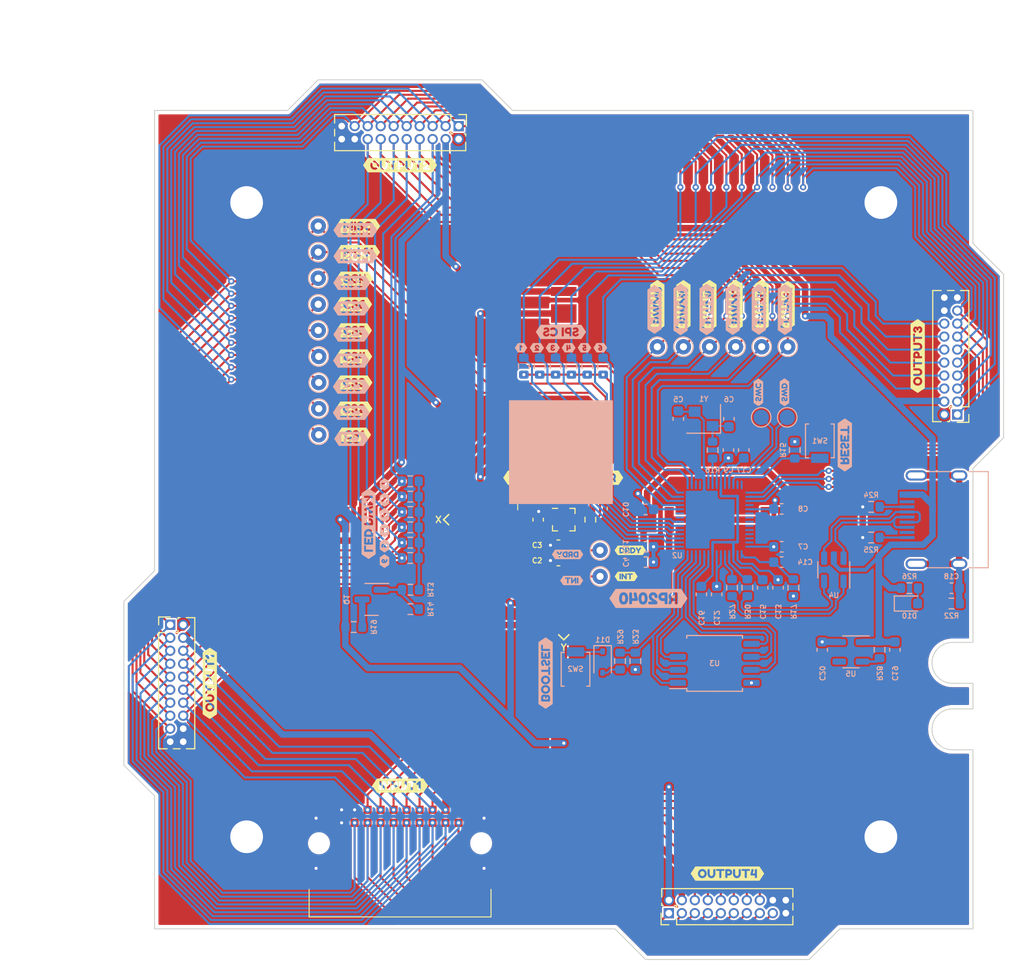
<source format=kicad_pcb>
(kicad_pcb (version 20221018) (generator pcbnew)
  (layers (0 "F.Cu" signal) (31 "B.Cu" signal) (34 "B.Paste" user) (35 "F.Paste" user) (36 "B.SilkS" user "B.Silkscreen") (37 "F.SilkS" user "F.Silkscreen") (38 "B.Mask" user) (39 "F.Mask" user) (44 "Edge.Cuts" user))
  (net 0 "")
  (net 1 "+3V3")
  (net 2 "GND")
  (net 3 "/SPI_CS5")
  (net 4 "/SPI_CS6")
  (net 5 "/SPI_SCK")
  (net 6 "/SPI_MOSI")
  (net 7 "/SPI_MISO")
  (net 8 "/SPI_CS1")
  (net 9 "/SPI_CS2")
  (net 10 "/SPI_CS3")
  (net 11 "/SPI_CS4")
  (net 12 "/PWM1")
  (net 13 "/PWM2")
  (net 14 "/PWM3")
  (net 15 "/PWM4")
  (net 16 "/PWM5")
  (net 17 "/PWM6")
  (net 18 "VBUS")
  (net 19 "Net-(U1-C1)")
  (net 20 "Net-(D1-K)")
  (net 21 "Net-(Q1-G)")
  (net 22 "/SPI_CS")
  (net 23 "/PWM")
  (net 24 "/INT")
  (net 25 "/DRDY")
  (net 26 "Net-(U2-XIN)")
  (net 27 "Net-(C6-Pad2)")
  (net 28 "/AREF")
  (net 29 "+1V1")
  (net 30 "Net-(J6-SHIELD)")
  (net 31 "/NEOPIXEL")
  (net 32 "Net-(D10-A)")
  (net 33 "Net-(D11-K)")
  (net 34 "Net-(D11-A)")
  (net 35 "Net-(J6-CC1)")
  (net 36 "DBus+")
  (net 37 "DBus-")
  (net 39 "Net-(J6-CC2)")
  (net 41 "/RESET")
  (net 42 "Net-(U2-XOUT)")
  (net 43 "/QSPI_CS")
  (net 44 "DP")
  (net 45 "Net-(R27-Pad2)")
  (net 46 "Net-(U5-EN)")
  (net 47 "Net-(R30-Pad1)")
  (net 48 "DM")
  (net 49 "/SWCLK")
  (net 50 "/SWDIO")
  (net 57 "/D24")
  (net 58 "/D25")
  (net 59 "/A00")
  (net 60 "/A01")
  (net 61 "/A02")
  (net 62 "/A03")
  (net 63 "/QSPI_DATA3")
  (net 64 "/QSPI_SCK")
  (net 65 "/QSPI_DATA0")
  (net 66 "/QSPI_DATA2")
  (net 67 "/QSPI_DATA1")
  (net 69 "/D06")
  (net 70 "/D07")
  (net 71 "Net-(Q1-D)")
  (footprint "kibuzzard-6453286D" (layer "F.Cu") (at 192.6 78 90)
    (fp_text reference "kibuzzard-6453286D" hide)
    (fp_text value "G***" hide)
  )
  (footprint "kibuzzard-645323A5" (layer "F.Cu") (at 167.15 73.05 90)
    (fp_text reference "kibuzzard-645323A5" hide)
    (fp_text value "G***" hide)
  )
  (footprint "kibuzzard-64532206" (layer "F.Cu") (at 137.5 85.7)
    (fp_text reference "kibuzzard-64532206" hide)
    (fp_text value "G***" hide)
  )
  (footprint "kibuzzard-645321D8" (layer "F.Cu") (at 137.5 72.95)
    (fp_text reference "kibuzzard-645321D8" hide)
    (fp_text value "G***" hide)
  )
  (footprint "MountingHole:MountingHole_3.2mm_M3_DIN965_Pad" (layer "F.Cu") (at 189 125)
    (fp_text reference "H3" hide)
    (fp_text value "MountingHole_Pad")
  )
  (footprint "MagnettorquerTester:LED_WL-SWTP_WRE" (layer "F.Cu") (at 179 94 180)
    (fp_text reference "D2" hide)
    (fp_text value "White")
  )
  (footprint "kibuzzard-64532824" (layer "F.Cu") (at 123.4 110 90)
    (fp_text reference "kibuzzard-64532824" hide)
    (fp_text value "G***" hide)
  )
  (footprint "MagnettorquerTester:M556102042R" (layer "F.Cu") (at 142 127.6)
    (fp_text reference "J5" hide)
    (fp_text value "In Conn" hide)
  )
  (footprint "Connector_PinHeader_1.27mm:PinHeader_2x10_P1.27mm_Vertical" (layer "F.Cu") (at 196.47 83.725 180)
    (fp_text reference "J3" hide)
    (fp_text value "Out Conn 3")
  )
  (footprint "kibuzzard-64531072" (layer "F.Cu") (at 137.9 65.3)
    (fp_text reference "kibuzzard-64531072" hide)
    (fp_text value "G***" hide)
  )
  (footprint "Package_LGA:LGA-12_2x2mm_P0.5mm" (layer "F.Cu") (at 158 94)
    (fp_text reference "U1")
    (fp_text value "LIS3MDL")
  )
  (footprint "MagnettorquerTester:LED_WL-SWTP_WRE" (layer "F.Cu") (at 158 73 90)
    (fp_text reference "D1" hide)
    (fp_text value "White")
  )
  (footprint "kibuzzard-6453239A" (layer "F.Cu") (at 172.25 73.05 90)
    (fp_text reference "kibuzzard-6453239A" hide)
    (fp_text value "G***" hide)
  )
  (footprint "Connector_PinHeader_1.27mm:PinHeader_2x10_P1.27mm_Vertical" (layer "F.Cu") (at 147.725 55.53 -90)
    (fp_text reference "J2" hide)
    (fp_text value "Out Conn 2")
  )
  (footprint "kibuzzard-64532783" (layer "F.Cu") (at 164.5 97)
    (fp_text reference "kibuzzard-64532783" hide)
    (fp_text value "G***" hide)
  )
  (footprint "MountingHole:MountingHole_3.2mm_M3_DIN965_Pad" (layer "F.Cu") (at 127 125)
    (fp_text reference "H4" hide)
    (fp_text value "MountingHole_Pad")
  )
  (footprint "kibuzzard-6453285D" (layer "F.Cu") (at 142 59.35)
    (fp_text reference "kibuzzard-6453285D" hide)
    (fp_text value "G***" hide)
  )
  (footprint "kibuzzard-645321FE" (layer "F.Cu") (at 137.5 83.15)
    (fp_text reference "kibuzzard-645321FE" hide)
    (fp_text value "G***" hide)
  )
  (footprint "kibuzzard-645323A0" (layer "F.Cu") (at 169.7 73.05 90)
    (fp_text reference "kibuzzard-645323A0" hide)
    (fp_text value "G***" hide)
  )
  (footprint "MagnettorquerTester:LED_WL-SWTP_WRE" (layer "F.Cu") (at 158 115 90)
    (fp_text reference "D3" hide)
    (fp_text value "White")
  )
  (footprint "Connector_PinHeader_1.27mm:PinHeader_2x10_P1.27mm_Vertical" (layer "F.Cu") (at 168.275 132.47 90)
    (fp_text reference "J4" hide)
    (fp_text value "Out Conn 4")
  )
  (footprint "Connector_PinHeader_1.27mm:PinHeader_2x10_P1.27mm_Vertical" (layer "F.Cu") (at 119.53 104.275)
    (fp_text reference "J1" hide)
    (fp_text value "Out Conn 1")
  )
  (footprint "MagnettorquerTester:LED_WL-SWTP_WRE" (layer "F.Cu") (at 137 94)
    (fp_text reference "D4" hide)
    (fp_text value "White")
  )
  (footprint "kibuzzard-645321EC" (layer "F.Cu") (at 137.5 78.05)
    (fp_text reference "kibuzzard-645321EC" hide)
    (fp_text value "G***" hide)
  )
  (footprint "MagnettorquerTester:LED_WL-SWTP_WRE" (layer "F.Cu") (at 158 85 90)
    (fp_text reference "D5" hide)
    (fp_text value "White")
  )
  (footprint "Capacitor_SMD:C_0603_1608Metric" (layer "F.Cu") (at 157.475 98 180)
    (fp_text reference "C2")
    (fp_text value "1uF")
  )
  (footprint "Capacitor_SMD:C_0603_1608Metric" (layer "F.Cu") (at 155.5 94 90)
    (fp_text reference "C1")
    (fp_text value "0.1uF")
  )
  (footprint "MountingHole:MountingHole_3.2mm_M3_DIN965_Pad" (layer "F.Cu") (at 189 63)
    (fp_text reference "H2" hide)
    (fp_text value "MountingHole_Pad")
  )
  (footprint "MagnettorquerTester:LED_WL-SWTP_WRE" (layer "F.Cu") (at 158 103 -90)
    (fp_text reference "D7" hide)
    (fp_text value "White")
  )
  (footprint "kibuzzard-6453269D" (layer "F.Cu") (at 157.95 89.9)
    (fp_text reference "kibuzzard-6453269D" hide)
    (fp_text value "G***" hide)
  )
  (footprint "kibuzzard-645321E4" (layer "F.Cu") (at 137.5 75.5)
    (fp_text reference "kibuzzard-645321E4" hide)
    (fp_text value "G***" hide)
  )
  (footprint "kibuzzard-645321C3" (layer "F.Cu") (at 137.55 70.45)
    (fp_text reference "kibuzzard-645321C3" hide)
    (fp_text value "G***" hide)
  )
  (footprint "kibuzzard-64532321" (layer "F.Cu") (at 142 120)
    (fp_text reference "kibuzzard-64532321" hide)
    (fp_text value "G***" hide)
  )
  (footprint "MagnettorquerTester:LED_WL-SWTP_WRE" (layer "F.Cu") (at 149 94 180)
    (fp_text reference "D8" hide)
    (fp_text value "White")
  )
  (footprint "MountingHole:MountingHole_3.2mm_M3_DIN965_Pad" (layer "F.Cu") (at 127 63)
    (fp_text reference "H1" hide)
    (fp_text value "MountingHole_Pad")
  )
  (footprint "kibuzzard-645322DE" (layer "F.Cu") (at 179.9 73.05 90)
    (fp_text reference "kibuzzard-645322DE" hide)
    (fp_text value "G***" hide)
  )
  (footprint "kibuzzard-6453278C" (layer "F.Cu") (at 164.1 99.55)
    (fp_text reference "kibuzzard-6453278C" hide)
    (fp_text value "G***" hide)
  )
  (footprint "kibuzzard-645321F5" (layer "F.Cu") (at 137.5 80.6)
    (fp_text reference "kibuzzard-645321F5" hide)
    (fp_text value "G***" hide)
  )
  (footprint "kibuzzard-64532386" (layer "F.Cu") (at 177.35 73.05 90)
    (fp_text reference "kibuzzard-64532386" hide)
    (fp_text value "G***" hide)
  )
  (footprint "MagnettorquerTester:LED_WL-SWTP_WRE" (layer "F.Cu") (at 167 94)
    (fp_text reference "D6" hide)
    (fp_text value "White")
  )
  (footprint "Capacitor_SMD:C_0603_1608Metric" (layer "F.Cu") (at 157.475 96.5 180)
    (fp_text reference "C3")
    (fp_text value "0.1uF")
  )
  (footprint "kibuzzard-64532395" (layer "F.Cu") (at 174.8 73.05 90)
    (fp_text reference "kibuzzard-64532395" hide)
    (fp_text value "G***" hide)
  )
  (footprint "Resistor_SMD:R_0603_1608Metric" (layer "F.Cu") (at 160.6 94 90)
    (fp_text reference "R18")
    (fp_text value "10K")
  )
  (footprint "kibuzzard-645310D5" (layer "F.Cu") (at 137.9 67.85)
    (fp_text reference "kibuzzard-645310D5" hide)
    (fp_text value "G***" hide)
  )
  (footprint "kibuzzard-64532894" (layer "F.Cu") (at 174 128.6)
    (fp_text reference "kibuzzard-64532894" hide)
    (fp_text value "G***" hide)
  )
  (footprint "kibuzzard-64532BD5" (layer "B.Cu") (at 158.475 77.2 180)
    (fp_text reference "kibuzzard-64532BD5" hide)
    (fp_text value "G***" hide)
  )
  (footprint "Capacitor_SMD:C_0603_1608Metric" (layer "B.Cu") (at 177.45 100.65 -90)
    (fp_text reference "C15")
    (fp_text value "1uF")
  )
  (footprint "kibuzzard-64532E75" (layer "B.Cu") (at 156.225 109 90)
    (fp_text reference "kibuzzard-64532E75" hide)
    (fp_text value "G***" hide)
  )
  (footprint "Capacitor_SMD:C_0603_1608Metric" (layer "B.Cu") (at 166 93 180)
    (fp_text reference "C10")
    (fp_text value "0.1uF")
  )
  (footprint "Resistor_SMD:R_0603_1608Metric" (layer "B.Cu") (at 175.95 100.65 90)
    (fp_text reference "R30")
    (fp_text value "27.4")
  )
  (footprint "TestPoint:TestPoint_THTPad_D1.5mm_Drill0.7mm" (layer "B.Cu") (at 134.05 85.7 180)
    (fp_text reference "TP12" hide)
    (fp_text value "SPI_CS1")
  )
  (footprint "Capacitor_SMD:C_0603_1608Metric" (layer "B.Cu") (at 190.36875 106.725 -90)
    (fp_text reference "C19")
    (fp_text value "1uF")
  )
  (footprint "kibuzzard-645323A5" (layer "B.Cu") (at 179.61845 73.45 90)
    (fp_text reference "kibuzzard-645323A5" hide)
    (fp_text value "G***" hide)
  )
  (footprint "kibuzzard-645321D8" (layer "B.Cu") (at 137.225 73.35 180)
    (fp_text reference "kibuzzard-645321D8" hide)
    (fp_text value "G***" hide)
  )
  (footprint "kibuzzard-64532395" (layer "B.Cu") (at 171.96845 73.45 90)
    (fp_text reference "kibuzzard-64532395" hide)
    (fp_text value "G***" hide)
  )
  (footprint "kibuzzard-645333A6" (layer "B.Cu") (at 185.475 86.7 90)
    (fp_text reference "kibuzzard-645333A6" hide)
    (fp_text value "G***" hide)
  )
  (footprint "kibuzzard-64532FCD" (layer "B.Cu") (at 177.025 81.55 90)
    (fp_text reference "kibuzzard-64532FCD" hide)
    (fp_text value "G***" hide)
  )
  (footprint "Capacitor_SMD:C_0603_1608Metric" (layer "B.Cu") (at 174.1 87.2 90)
    (fp_text reference "C9")
    (fp_text value "0.1uF")
  )
  (footprint "kibuzzard-645323A0" (layer "B.Cu") (at 177.06845 73.45 90)
    (fp_text reference "kibuzzard-645323A0" hide)
    (fp_text value "G***" hide)
  )
  (footprint "Resistor_SMD:R_0603_1608Metric" (layer "B.Cu") (at 143.0125 100.85 180)
    (fp_text reference "R13")
    (fp_text value "220")
  )
  (footprint "Capacitor_SMD:C_0603_1608Metric" (layer "B.Cu") (at 179.3 92.95)
    (fp_text reference "C8")
    (fp_text value "0.1uF")
  )
  (footprint "TestPoint:TestPoint_THTPad_D1.5mm_Drill0.7mm" (layer "B.Cu") (at 134 67.85 180)
    (fp_text reference "TP10" hide)
    (fp_text value "SPI_MOSI")
  )
  (footprint "Resistor_SMD:R_0603_1608Metric" (layer "B.Cu") (at 143 91.75)
    (fp_text reference "R8" hide)
    (fp_text value "0")
  )
  (footprint "Package_TO_SOT_SMD:SOT-23" (layer "B.Cu") (at 139.2125 101.8 180)
    (fp_text reference "Q1")
    (fp_text value "BSS138")
  )
  (footprint "TestPoint:TestPoint_THTPad_D1.5mm_Drill0.7mm" (layer "B.Cu") (at 167.15 77.1 90)
    (fp_text reference "TP8" hide)
    (fp_text value "PWM6")
  )
  (footprint "MagnettorquerTester:IC57_RP2040" (layer "B.Cu") (at 172.75 94)
    (fp_text reference "U2")
    (fp_text value "RP2040")
  )
  (footprint "Resistor_SMD:R_0603_1608Metric" (layer "B.Cu") (at 188.86875 106.725 -90)
    (fp_text reference "R28")
    (fp_text value "100K")
  )
  (footprint "TestPoint:TestPoint_THTPad_D1.5mm_Drill0.7mm" (layer "B.Cu") (at 134 75.5 180)
    (fp_text reference "TP16" hide)
    (fp_text value "SPI_CS5")
  )
  (footprint "Resistor_SMD:R_0603_1608Metric" (layer "B.Cu") (at 188.05 95.75)
    (fp_text reference "R25")
    (fp_text value "5.1K")
  )
  (footprint "TestPoint:TestPoint_THTPad_D1.5mm_Drill0.7mm" (layer "B.Cu") (at 134.05 78.05 180)
    (fp_text reference "TP15" hide)
    (fp_text value "SPI_CS4")
  )
  (footprint "kibuzzard-645310D5" (layer "B.Cu") (at 137.625 68.25 180)
    (fp_text reference "kibuzzard-645310D5" hide)
    (fp_text value "G***" hide)
  )
  (footprint "kibuzzard-64532BCE" (layer "B.Cu") (at 155.375 77.2 180)
    (fp_text reference "kibuzzard-64532BCE" hide)
    (fp_text value "G***" hide)
  )
  (footprint "Resistor_SMD:R_0603_1608Metric" (layer "B.Cu") (at 155.65 79 -90)
    (fp_text reference "R2" hide)
    (fp_text value "0")
  )
  (footprint "Capacitor_SMD:C_0603_1608Metric" (layer "B.Cu") (at 174.15 84.15 -90)
    (fp_text reference "C6")
    (fp_text value "22pF")
  )
  (footprint "Package_SO:SOIC-8_5.23x5.23mm_P1.27mm" (layer "B.Cu") (at 172.75 108.05)
    (fp_text reference "U3")
    (fp_text value "W25Q32JVSS")
  )
  (footprint "Button_Switch_SMD:SW_SPST_B3U-1000P" (layer "B.Cu") (at 159.15 108.625 -90)
    (fp_text reference "SW2")
    (fp_text value "BOOTSEL")
  )
  (footprint "kibuzzard-64533294" (layer "B.Cu") (at 166.275 101.7 180)
    (fp_text reference "kibuzzard-64533294" hide)
    (fp_text value "G***" hide)
  )
  (footprint "kibuzzard-64531072" (layer "B.Cu") (at 137.625 65.7 180)
    (fp_text reference "kibuzzard-64531072" hide)
    (fp_text value "G***" hide)
  )
  (footprint "Package_TO_SOT_SMD:SOT-23-6" (layer "B.Cu") (at 184.4 98.9 90)
    (fp_text reference "U4")
    (fp_text value "USBLC6-2SC6")
  )
  (footprint "kibuzzard-64532BB5" (layer "B.Cu") (at 140.475 98.05 90)
    (fp_text reference "kibuzzard-64532BB5" hide)
    (fp_text value "G***" hide)
  )
  (footprint "kibuzzard-64532BD1" (layer "B.Cu") (at 140.475 93.55 90)
    (fp_text reference "kibuzzard-64532BD1" hide)
    (fp_text value "G***" hide)
  )
  (footprint "TestPoint:TestPoint_THTPad_D1.5mm_Drill0.7mm" (layer "B.Cu") (at 134 70.4 180)
    (fp_text reference "TP9" hide)
    (fp_text value "SPI_SCK")
  )
  (footprint "Resistor_SMD:R_0603_1608Metric" (layer "B.Cu") (at 188.05 92.75)
    (fp_text reference "R24")
    (fp_text value "5.1K")
  )
  (footprint "TestPoint:TestPoint_THTPad_D1.5mm_Drill0.7mm" (layer "B.Cu") (at 177.35 77.1 90)
    (fp_text reference "TP4" hide)
    (fp_text value "PWM2")
  )
  (footprint "TestPoint:TestPoint_Pad_D1.5mm" (layer "B.Cu") (at 177.3 84 -90)
    (fp_text reference "TP18" hide)
    (fp_text value "SWCLK")
  )
  (footprint "TestPoint:TestPoint_THTPad_D1.5mm_Drill0.7mm" (layer "B.Cu") (at 179.9 77.1 90)
    (fp_text reference "TP3" hide)
    (fp_text value "PWM1")
  )
  (footprint "Button_Switch_SMD:SW_SPST_B3U-1000P" (layer "B.Cu") (at 183.0325 86.3 -90)
    (fp_text reference "SW1")
    (fp_text value "Reset")
  )
  (footprint "TestPoint:TestPoint_THTPad_D1.5mm_Drill0.7mm" (layer "B.Cu") (at 134.05 83.15 180)
    (fp_text reference "TP13" hide)
    (fp_text value "SPI_CS2")
  )
  (footprint "TestPoint:TestPoint_Pad_D1.5mm" (layer "B.Cu") (at 179.85 84 -90)
    (fp_text reference "TP19" hide)
    (fp_text value "SWDIO")
  )
  (footprint "Capacitor_SMD:C_0603_1608Metric" (layer "B.Cu") (at 166 98.15 180)
    (fp_text reference "C4")
    (fp_text value "1uF")
  )
  (footprint "kibuzzard-64532B72" (layer "B.Cu") (at 157.725 75.65 180)
    (fp_text reference "kibuzzard-64532B72" hide)
    (fp_text value "G***" hide)
  )
  (footprint "kibuzzard-64532BCA" (layer "B.Cu") (at 153.825 77.2 180)
    (fp_text reference "kibuzzard-64532BCA" hide)
    (fp_text value "G***" hide)
  )
  (footprint "kibuzzard-64532C69" (layer "B.Cu") (at 138.925 94.4 90)
    (fp_text reference "kibuzzard-64532C69" hide)
    (fp_text value "G***" hide)
  )
  (footprint "kibuzzard-64532783" (layer "B.Cu") (at 158.375 97.4 180)
    (fp_text reference "kibuzzard-64532783" hide)
    (fp_text value "G***" hide)
  )
  (footprint "Resistor_SMD:R_0603_1608Metric" (layer "B.Cu") (at 163.5 107.825 -90)
    (fp_text reference "R29")
    (fp_text value "1K")
  )
  (footprint "Capacitor_SMD:C_0603_1608Metric" (layer "B.Cu") (at 195.9 100.7)
    (fp_text reference "C18")
    (fp_text value "4.7nF")
  )
  (footprint "kibuzzard-645321EC" (layer "B.Cu") (at 137.225 78.45 180)
    (fp_text reference "kibuzzard-645321EC" hide)
    (fp_text value "G***" hide)
  )
  (footprint "Resistor_SMD:R_0603_1608Metric" (layer "B.Cu") (at 161.85 79 -90)
    (fp_text reference "R6" hide)
    (fp_text value "0")
  )
  (footprint "TestPoint:TestPoint_THTPad_D1.5mm_Drill0.7mm" (layer "B.Cu") (at 161.55 97 180)
    (fp_text reference "TP2" hide)
    (fp_text value "DRDY")
  )
  (footprint "TestPoint:TestPoint_THTPad_D1.5mm_Drill0.7mm" (layer "B.Cu") (at 134 65.3 180)
    (fp_text reference "TP11" hide)
    (fp_text value "SPI_MISO")
  )
  (footprint "kibuzzard-64532BD1" (layer "B.Cu") (at 156.925 77.2 180)
    (fp_text reference "kibuzzard-64532BD1" hide)
    (fp_text value "G***" hide)
  )
  (footprint "Capacitor_SMD:C_0603_1608Metric" (layer "B.Cu") (at 179.3 98.15 180)
    (fp_text reference "C14")
    (fp_text value "1uF")
  )
  (footprint "kibuzzard-645321E4" (layer "B.Cu") (at 137.225 75.9 180)
    (fp_text reference "kibuzzard-645321E4" hide)
    (fp_text value "G***" hide)
  )
  (footprint "Capacitor_SMD:C_0603_1608Metric" (layer "B.Cu") (at 178.95 100.65 -90)
    (fp_text reference "C13")
    (fp_text value "0.1uF")
  )
  (footprint "Resistor_SMD:R_0603_1608Metric" (layer "B.Cu") (at 143 96.25)
    (fp_text reference "R11" hide)
    (fp_text value "0")
  )
  (footprint "kibuzzard-64532BBA" (layer "B.Cu") (at 160.025 77.2 180)
    (fp_text reference "kibuzzard-64532BBA" hide)
    (fp_text value "G***" hide)
  )
  (footprint "TestPoint:TestPoint_THTPad_D1.5mm_Drill0.7mm" (layer "B.Cu") (at 174.8 77.1 90)
    (fp_text reference "TP5" hide)
    (fp_text value "PWM3")
  )
  (footprint "kibuzzard-6453278C" (layer "B.Cu") (at 158.775 99.95 180)
    (fp_text reference "kibuzzard-6453278C" hide)
    (fp_text value "G***" hide)
  )
  (footprint "kibuzzard-64532BBA" (layer "B.Cu") (at 140.475 96.55 90)
    (fp_text reference "kibuzzard-64532BBA" hide)
    (fp_text value "G***" hide)
  )
  (footprint "Resistor_SMD:R_0603_1608Metric" (layer "B.Cu") (at 143 94.75)
    (fp_text reference "R10" hide)
    (fp_text value "0")
  )
  (footprint "Resistor_SMD:R_0603_1608Metric" (layer "B.Cu") (at 180.5825 87.2 -90)
    (fp_text reference "R15")
    (fp_text value "10K")
  )
  (footprint "Resistor_SMD:R_0603_1608Metric" (layer "B.Cu") (at 174.45 100.65 -90)
    (fp_text reference "R27")
    (fp_text value "27.4")
  )
  (footprint "Resistor_SMD:R_0603_1608Metric" (layer "B.Cu") (at 143 97.75)
    (fp_text reference "R12" hide)
    (fp_text value "0")
  )
  (footprint "Capacitor_SMD:C_0603_1608Metric" (layer "B.Cu") (at 169.2 84.15 90)
    (fp_text reference "C5")
    (fp_text value "22pF")
  )
  (footprint "Resistor_SMD:R_0603_1608Metric" (layer "B.Cu") (at 180.45 100.65 -90)
    (fp_text reference "R17")
    (fp_text value "0")
  )
  (footprint "Resistor_SMD:R_0603_1608Metric" (layer "B.Cu") (at 143 93.25)
    (fp_text reference "R9" hide)
    (fp_text value "0")
  )
  (footprint "Resistor_SMD:R_0603_1608Metric" (layer "B.Cu") (at 157.2 79 -90)
    (fp_text reference "R3" hide)
    (fp_text value "0")
  )
  (footprint "kibuzzard-645321C3" (layer "B.Cu") (at 137.275 70.85 180)
    (fp_text reference "kibuzzard-645321C3" hide)
    (fp_text value "G***" hide)
  )
  (footprint "Capacitor_SMD:C_0603_1608Metric" (layer "B.Cu") (at 179.3 96.65)
    (fp_text reference "C7")
    (fp_text value "0.1uF")
  )
  (footprint "Resistor_SMD:R_0603_1608Metric" (layer "B.Cu") (at 172.55 87.2 -90)
    (fp_text reference "R16")
    (fp_text value "1K")
  )
  (footprint "Resistor_SMD:R_0603_1608Metric" (layer "B.Cu") (at 154.1 79 -90)
    (fp_text reference "R1" hide)
    (fp_text value "0")
  )
  (footprint "TestPoint:TestPoint_THTPad_D1.5mm_Drill0.7mm" (layer "B.Cu") (at 134.05 80.6 180)
    (fp_text reference "TP14" hide)
    (fp_text value "SPI_CS3")
  )
  (footprint "Package_TO_SOT_SMD:SOT-23-5" (layer "B.Cu") (at 186.06875 106.925 180)
    (fp_text reference "U5")
    (fp_text value "AP2112K-3.3")
  )
  (footprint "Capacitor_SMD:C_0603_1608Metric" (layer "B.Cu") (at 166 96.65 180)
    (fp_text reference "C11")
    (fp_text value "0.1uF")
  )
  (footprint "kibuzzard-64532BB5" (layer "B.Cu") (at 161.575 77.2 180)
    (fp_text reference "kibuzzard-64532BB5" hide)
    (fp_text value "G***" hide)
  )
  (footprint "custom-footprints:pycubed_mini_half" (layer "B.Cu") (at 157.725 57.1 180)
    (fp_text reference "Ref**" hide)
    (fp_text value "Val**" hide)
  )
  (footprint "Resistor_SMD:R_0603_1608Metric" (layer "B.Cu") (at 160.3 79 -90)
    (fp_text reference "R5" hide)
    (fp_text value "0")
  )
  (footprint "kibuzzard-645321FE" (layer "B.Cu") (at 137.225 83.55 180)
    (fp_text reference "kibuzzard-645321FE" hide)
    (fp_text value "G***" hide)
  )
  (footprint "Capacitor_SMD:C_0603_1608Metric" (layer "B.Cu") (at 171.45 101.3 -90)
    (fp_text reference "C16")
    (fp_text value "0.1uF")
  )
  (footprint "Resistor_SMD:R_0603_1608Metric" (layer "B.Cu") (at 158.75 79 -90)
    (fp_text reference "R4" hide)
    (fp_text value "0")
  )
  (footprint "Capacitor_SMD:C_0603_1608Metric" (layer "B.Cu") (at 183.26875 106.725 -90)
    (fp_text reference "C20")
    (fp_text value "1uF")
  )
  (footprint "Connector_USB:USB_C_Receptacle_HRO_TYPE-C-31-M-12" (layer "B.Cu") (at 195.6 94 -90)
    (fp_text reference "J6" hide)
    (fp_text value "USB-C Receptacle")
  )
  (footprint "kibuzzard-64532BD5" (layer "B.Cu") (at 140.475 95.05 90)
    (fp_text reference "kibuzzard-64532BD5" hide)
    (fp_text value "G***" hide)
  )
  (footprint "Capacitor_SMD:C_0603_1608Metric" (layer "B.Cu") (at 172.95 101.3 -90)
    (fp_text reference "C12")
    (fp_text value "0.1uF")
  )
  (footprint "Resistor_SMD:R_0603_1608Metric" (layer "B.Cu") (at 191.8 100.7)
    (fp_text reference "R26")
    (fp_text value "1K")
  )
  (footprint "Diode_SMD:D_SOD-323" (layer "B.Cu") (at 161.8 107.925 -90)
    (fp_text reference "D11")
    (fp_text value "D_Schottky")
  )
  (footprint "kibuzzard-64532206" (layer "B.Cu") (at 137.225 86.1 180)
    (fp_text reference "kibuzzard-64532206" hide)
    (fp_text value "G***" hide)
  )
  (footprint "Resistor_SMD:R_0603_1608Metric" (layer "B.Cu") (at 137.475 104.5 180)
    (fp_text reference "R19")
    (fp_text value "0")
  )
  (footprint "LED_SMD:LED_0603_1608Metric" (layer "B.Cu") (at 191.8 102.2)
    (fp_text reference "D10")
    (fp_text value "Green")
  )
  (footprint "kibuzzard-645321F5" (layer "B.Cu") (at 137.225 81 180)
    (fp_text reference "kibuzzard-645321F5" hide)
    (fp_text value "G***" hide)
  )
  (footprint "kibuzzard-64532FC8" (layer "B.Cu") (at 179.575 81.55 90)
    (fp_text reference "kibuzzard-64532FC8" hide)
    (fp_text value "G***" hide)
  )
  (footprint "Resistor_SMD:R_0603_1608Metric" (layer "B.Cu") (at 143.0125 102.75)
    (fp_text reference "R14")
    (fp_text value "10K")
  )
  (footprint "Resistor_SMD:R_0603_1608Metric" (layer "B.Cu") (at 143 90.25)
    (fp_text reference "R7" hide)
    (fp_text value "0")
  )
  (footprint "kibuzzard-64532BCE" (layer "B.Cu") (at 140.475 92.05 90)
    (fp_text reference "kibuzzard-64532BCE" hide)
    (fp_text value "G***" hide)
  )
  (footprint "kibuzzard-64532386" (layer "B.Cu") (at 169.41845 73.45 90)
    (fp_text reference "kibuzzard-64532386" hide)
    (fp_text value "G***" hide)
  )
  (footprint "TestPoint:TestPoint_THTPad_D1.5mm_Drill0.7mm" (layer "B.Cu") (at 161.55 99.55 180)
    (fp_text reference "TP1" hide)
    (fp_text value "INT")
  )
  (footprint "TestPoint:TestPoint_THTPad_D1.5mm_Drill0.7mm" (layer "B.Cu") (at 134 72.95 180)
    (fp_text reference "TP17" hide)
    (fp_text value "SPI_CS6")
  )
  (footprint "kibuzzard-645322DE" (layer "B.Cu") (at 166.86845 73.45 90)
    (fp_text reference "kibuzzard-645322DE" hide)
    (fp_text value "G***" hide)
  )
  (footprint "Crystal:Crystal_SMD_2520-4Pin_2.5x2.0mm" (layer "B.Cu") (at 171.675 84.15 180)
    (fp_text reference "Y1")
    (fp_text value "12MHz")
  )
  (footprint "Capacitor_SMD:C_0603_1608Metric" (layer "B.Cu") (at 175.6 87.2 90)
    (fp_text reference "C17")
    (fp_text value "0.1uF")
  )
  (footprint "Resistor_SMD:R_0603_1608Metric" (layer "B.Cu") (at 165 107.825 90)
    (fp_text reference "R23")
    (fp_text value "10K")
  )
  (footprint "kibuzzard-6453239A" (layer "B.Cu") (at 174.51845 73.45 90)
    (fp_text reference "kibuzzard-6453239A" hide)
    (fp_text value "G***" hide)
  )
  (footprint "Resistor_SMD:R_0603_1608Metric" (layer "B.Cu") (at 195.9 102.2 180)
    (fp_text reference "R22")
    (fp_text value "1M")
  )
  (footprint "kibuzzard-64532BCA" (layer "B.Cu") (at 140.475 90.55 90)
    (fp_text reference "kibuzzard-64532BCA" hide)
    (fp_text value "G***" hide)
  )
  (footprint "TestPoint:TestPoint_THTPad_D1.5mm_Drill0.7mm" (layer "B.Cu") (at 172.25 77.1 90)
    (fp_text reference "TP6" hide)
    (fp_text value "PWM4")
  )
  (footprint "TestPoint:TestPoint_THTPad_D1.5mm_Drill0.7mm" (layer "B.Cu") (at 169.7 77.1 90)
    (fp_text reference "TP7" hide)
    (fp_text value "PWM5")
  )
  (gr_rect (start 152.725 82.4) (end 162.725 92.4) (stroke (width 0.15)) (fill solid) (layer "B.SilkS"))
  (gr_line (start 153.5 91.25) (end 162.25 91.25) (stroke (width 0.1016) (type dash)) (layer "F.SilkS"))
  (gr_line (start 158 105.75) (end 157.5 105.25) (stroke (width 0.15)) (layer "F.SilkS"))
  (gr_line (start 146.25 94) (end 146.75 94.5) (stroke (width 0.15)) (layer "F.SilkS"))
  (gr_line (start 146.25 94) (end 146.75 93.5) (stroke (width 0.15)) (layer "F.SilkS"))
  (gr_line (start 162.25 91.25) (end 162.25 93.05) (stroke (width 0.1016) (type dash)) (layer "F.SilkS"))
  (gr_line (start 158 105.75) (end 158.5 105.25) (stroke (width 0.15)) (layer "F.SilkS"))
  (gr_line (start 153.5 93.05) (end 153.5 91.25) (stroke (width 0.1016) (type dash)) (layer "F.SilkS"))
  (gr_line (start 118 134) (end 118 121) (stroke (width 0.1)) (layer "Edge.Cuts"))
  (gr_line (start 115 118) (end 118 121) (stroke (width 0.1)) (layer "Edge.Cuts"))
  (gr_line (start 115 102) (end 115 118) (stroke (width 0.1)) (layer "Edge.Cuts"))
  (gr_line (start 196 112.5) (end 198 112.5) (stroke (width 0.1)) (layer "Edge.Cuts"))
  (gr_line (start 198 106) (end 198 89) (stroke (width 0.1)) (layer "Edge.Cuts"))
  (gr_line (start 163 134) (end 166 137) (stroke (width 0.1)) (layer "Edge.Cuts"))
  (gr_line (start 185 134) (end 198 134) (stroke (width 0.1)) (layer "Edge.Cuts"))
  (gr_line (start 150 51) (end 134 51) (stroke (width 0.1)) (layer "Edge.Cuts"))
  (gr_line (start 131 54) (end 118 54) (stroke (width 0.1)) (layer "Edge.Cuts"))
  (gr_line (start 153 54) (end 150 51) (stroke (width 0.1)) (layer "Edge.Cuts"))
  (gr_line (start 198 116.5) (end 198 134) (stroke (width 0.1)) (layer "Edge.Cuts"))
  (gr_arc (start 196 116.5) (mid 194 114.5) (end 196 112.5) (stroke (width 0.1)) (layer "Edge.Cuts"))
  (gr_line (start 118 54) (end 118 99) (stroke (width 0.1)) (layer "Edge.Cuts"))
  (gr_line (start 198 110) (end 198 112.5) (stroke (width 0.1)) (layer "Edge.Cuts"))
  (gr_line (start 201 70) (end 198 67) (stroke (width 0.1)) (layer "Edge.Cuts"))
  (gr_arc (start 196 110) (mid 194 108) (end 196 106) (stroke (width 0.1)) (layer "Edge.Cuts"))
  (gr_line (start 198 89) (end 201 86) (stroke (width 0.1)) (layer "Edge.Cuts"))
  (gr_line (start 196 106) (end 198 106) (stroke (width 0.1)) (layer "Edge.Cuts"))
  (gr_line (start 196 116.5) (end 198 116.5) (stroke (width 0.1)) (layer "Edge.Cuts"))
  (gr_line (start 166 137) (end 182 137) (stroke (width 0.1)) (layer "Edge.Cuts"))
  (gr_line (start 201 86) (end 201 70) (stroke (width 0.1)) (layer "Edge.Cuts"))
  (gr_line (start 118 99) (end 115 102) (stroke (width 0.1)) (layer "Edge.Cuts"))
  (gr_line (start 198 54) (end 153 54) (stroke (width 0.1)) (layer "Edge.Cuts"))
  (gr_line (start 118 134) (end 163 134) (stroke (width 0.1)) (layer "Edge.Cuts"))
  (gr_line (start 198 67) (end 198 54) (stroke (width 0.1)) (layer "Edge.Cuts"))
  (gr_line (start 134 51) (end 131 54) (stroke (width 0.1)) (layer "Edge.Cuts"))
  (gr_line (start 196 110) (end 198 110) (stroke (width 0.1)) (layer "Edge.Cuts"))
  (gr_line (start 182 137) (end 185 134) (stroke (width 0.1)) (layer "Edge.Cuts"))
  (gr_text "X" (at 145.75 94) (layer "F.SilkS") (effects (font (size 0.635 0.635) (thickness 0.127) bold)))
  (gr_text "Y" (at 158 106.5) (layer "F.SilkS") (effects (font (size 0.635 0.635) (thickness 0.127) bold)))
  (via (at 183.26875 105.95) (size 0.6096) (drill 0.3048) (layers "F.Cu" "B.Cu") (net 1))
  (via (at 178.65 92.1) (size 0.6096) (drill 0.3048) (layers "F.Cu" "B.Cu") (net 1))
  (via (at 178.525 96.65) (size 0.6096) (drill 0.3048) (layers "F.Cu" "B.Cu") (net 1))
  (via (at 166.775 98.15) (size 0.6096) (drill 0.3048) (layers "F.Cu" "B.Cu") (net 1))
  (via (at 176.35 109.955) (size 0.6096) (drill 0.3048) (layers "F.Cu" "B.Cu") (net 1))
  (via (at 180.5825 86.375) (size 0.6096) (drill 0.3048) (layers "F.Cu" "B.Cu") (net 1))
  (via (at 165.25 91.45) (size 0.6096) (drill 0.3048) (layers "F.Cu" "B.Cu") (net 1))
  (via (at 174.1 87.975) (size 0.6096) (drill 0.3048) (layers "F.Cu" "B.Cu") (net 1))
  (via (at 180.45 101.475) (size 0.6096) (drill 0.3048) (layers "F.Cu" "B.Cu") (net 1))
  (via (at 168.275 120.125) (size 0.6096) (drill 0.3048) (layers "F.Cu" "B.Cu") (net 1))
  (via (at 178.95 99.875) (size 0.6096) (drill 0.3048) (layers "F.Cu" "B.Cu") (net 1))
  (via (at 166.775 96.65) (size 0.6096) (drill 0.3048) (layers "F.Cu" "B.Cu") (net 1))
  (via (at 172.95 100.525) (size 0.6096) (drill 0.3048) (layers "F.Cu" "B.Cu") (net 1))
  (via (at 165 108.65) (size 0.6096) (drill 0.3048) (layers "F.Cu" "B.Cu") (net 1))
  (segment (start 165.25 91.45) (end 165.25 91.475) (width 0.381) (layer "B.Cu") (net 1))
  (segment (start 175.385316 98.319) (end 174.9852 97.918884) (width 0.2032) (layer "B.Cu") (net 1))
  (segment (start 174.9852 97.918884) (end 174.9852 97.4036) (width 0.2032) (layer "B.Cu") (net 1))
  (segment (start 172.9532 100.5218) (end 172.9532 98.8) (width 0.2032) (layer "B.Cu") (net 1))
  (segment (start 168.275 120.125) (end 168.275 131.2) (width 0.635) (layer "B.Cu") (net 1))
  (segment (start 166.791 92.984) (end 169.3464 92.984) (width 0.2032) (layer "B.Cu") (net 1))
  (segment (start 178.5166 96.6416) (end 178.525 96.65) (width 0.2032) (layer "B.Cu") (net 1))
  (segment (start 166.775 93) (end 166.791 92.984) (width 0.2032) (layer "B.Cu") (net 1))
  (segment (start 178.65 92.1) (end 178.65 92.825) (width 0.381) (layer "B.Cu") (net 1))
  (segment (start 178.95 99.875) (end 178.075 99) (width 0.2032) (layer "B.Cu") (net 1))
  (segment (start 183.26875 105.95) (end 184.99375 105.95) (width 0.635) (layer "B.Cu") (net 1))
  (segment (start 174.1 87.975) (end 172.9532 89.1218) (width 0.2032) (layer "B.Cu") (net 1))
  (segment (start 172.95 100.525) (end 172.9532 100.5218) (width 0.2032) (layer "B.Cu") (net 1))
  (segment (start 173.3596 97.4036) (end 173.3596 98.3936) (width 0.2032) (layer "B.Cu") (net 1))
  (segment (start 169.3464 96.6416) (end 166.7834 96.6416) (width 0.2032) (layer "B.Cu") (net 1))
  (segment (start 165.25 91.475) (end 166.775 93) (width 0.381) (layer "B.Cu") (net 1))
  (segment (start 178.65 92.825) (end 178.525 92.95) (width 0.381) (layer "B.Cu") (net 1))
  (segment (start 176.1536 92.984) (end 178.491 92.984) (width 0.2032) (layer "B.Cu") (net 1))
  (segment (start 172.9532 97.4036) (end 172.9532 98.8) (width 0.2032) (layer "B.Cu") (net 1))
  (segment (start 177.113816 99) (end 176.432816 98.319) (width 0.2032) (layer "B.Cu") (net 1))
  (segment (start 166.7834 96.6416) (end 166.775 96.65) (width 0.2032) (layer "B.Cu") (net 1))
  (segment (start 166.775 98.15) (end 166.775 96.65) (width 0.381) (layer "B.Cu") (net 1))
  (segment (start 173.3596 98.3936) (end 172.9532 98.8) (width 0.2032) (layer "B.Cu") (net 1))
  (segment (start 176.432816 98.319) (end 175.385316 98.319) (width 0.2032) (layer "B.Cu") (net 1))
  (segment (start 172.9532 89.1218) (end 172.9532 90.5964) (width 0.2032) (layer "B.Cu") (net 1))
  (segment (start 178.075 99) (end 177.113816 99) (width 0.2032) (layer "B.Cu") (net 1))
  (segment (start 176.1536 96.6416) (end 178.5166 96.6416) (width 0.2032) (layer "B.Cu") (net 1))
  (segment (start 178.491 92.984) (end 178.525 92.95) (width 0.2032) (layer "B.Cu") (net 1))
  (segment (start 155.55 93.275) (end 155.55 93.2) (width 0.3048) (layer "F.Cu") (net 2))
  (segment (start 157.65 93.75) (end 157.2375 93.75) (width 0.254) (layer "F.Cu") (net 2))
  (segment (start 156.025 93.75) (end 155.55 93.275) (width 0.3048) (layer "F.Cu") (net 2))
  (segment (start 157.75 93.65) (end 157.65 93.75) (width 0.254) (layer "F.Cu") (net 2))
  (segment (start 157.2375 94.25) (end 157.2375 93.75) (width 0.3048) (layer "F.Cu") (net 2))
  (segment (start 157.2375 93.75) (end 156.025 93.75) (width 0.3048) (layer "F.Cu") (net 2))
  (segment (start 155.475 93.2) (end 155.5 93.225) (width 0.3048) (layer "F.Cu") (net 2))
  (segment (start 187.225 95.75) (end 187.225 92.75) (width 0.635) (layer "F.Cu") (net 2))
  (segment (start 155.55 93.2) (end 155.475 93.2) (width 0.3048) (layer "F.Cu") (net 2))
  (segment (start 157.75 93.2375) (end 157.75 93.65) (width 0.254) (layer "F.Cu") (net 2))
  (via (at 133.79 123.185) (size 0.6096) (drill 0.3048) (layers "F.Cu" "B.Cu") (net 2))
  (via (at 155.55 93.2) (size 0.6096) (drill 0.3048) (layers "F.Cu" "B.Cu") (net 2))
  (via (at 150.21 128.085) (size 0.6096) (drill 0.3048) (layers "F.Cu" "B.Cu") (net 2))
  (via (at 136.285 123.635) (size 0.6096) (drill 0.3048) (layers "F.Cu" "B.Cu") (net 2))
  (via (at 137.555 122.365) (size 0.6096) (drill 0.3048) (layers "F.Cu" "B.Cu") (net 2))
  (via (at 187.225 95.75) (size 0.6096) (drill 0.3048) (layers "F.Cu" "B.Cu") (net 2))
  (via (at 187.225 92.75) (size 0.6096) (drill 0.3048) (layers "F.Cu" "B.Cu") (net 2))
  (via (at 133.79 128.085) (size 0.6096) (drill 0.3048) (layers "F.Cu" "B.Cu") (net 2))
  (via (at 150.21 123.185) (size 0.6096) (drill 0.3048) (layers "F.Cu" "B.Cu") (net 2))
  (via (at 136.285 122.365) (size 0.6096) (drill 0.3048) (layers "F.Cu" "B.Cu") (net 2))
  (via (at 156.7 96.5) (size 0.6096) (drill 0.3048) (layers "F.Cu" "B.Cu") (net 2))
  (via (at 156.7 98) (size 0.6096) (drill 0.3048) (layers "F.Cu" "B.Cu") (net 2))
  (segment (start 171.734 92.984) (end 172.75 94) (width 0.2032) (layer "B.Cu") (net 2))
  (segment (start 171.734 90.5964) (end 171.734 92.984) (width 0.254) (layer "B.Cu") (net 2))
  (segment (start 120.0066 99.831164) (end 117.376 102.461765) (width 0.2032) (layer "F.Cu") (net 3))
  (segment (start 173.355 132.47) (end 171.282 134.543) (width 0.2032) (layer "F.Cu") (net 3))
  (segment (start 175.4 58.3) (end 173.576 56.476) (width 0.2032) (layer "F.Cu") (net 3))
  (segment (start 117.376 107.201) (end 119.53 109.355) (width 0.2032) (layer "F.Cu") (net 3))
  (segment (start 163.831164 131.9934) (end 145.6934 131.9934) (width 0.2032) (layer "F.Cu") (net 3))
  (segment (start 120.0066 80.9934) (end 120.0066 99.831164) (width 0.2032) (layer "F.Cu") (net 3))
  (segment (start 125.5 75.5) (end 120.0066 80.9934) (width 0.2032) (layer "F.Cu") (net 3))
  (segment (start 166.380764 134.543) (end 163.831164 131.9934) (width 0.2032) (layer "F.Cu") (net 3))
  (segment (start 173.576 56.476) (end 152.020736 56.476) (width 0.2032) (layer "F.Cu") (net 3))
  (segment (start 117.376 102.461765) (end 117.376 107.201) (width 0.2032) (layer "F.Cu") (net 3))
  (segment (start 175.4 61.5) (end 175.4 58.3) (width 0.2032) (layer "F.Cu") (net 3))
  (segment (start 125.5 75.5) (end 134 75.5) (width 0.2032) (layer "F.Cu") (net 3))
  (segment (start 152.020736 56.476) (end 149.152336 53.6076) (width 0.2032) (layer "F.Cu") (net 3))
  (segment (start 149.152336 53.6076) (end 144.5674 53.6076) (width 0.2032) (layer "F.Cu") (net 3))
  (segment (start 144.5674 53.6076) (end 142.645 55.53) (width 0.2032) (layer "F.Cu") (net 3))
  (segment (start 142.635 128.935) (end 142.635 123.635) (width 0.2032) (layer "F.Cu") (net 3))
  (segment (start 145.6934 131.9934) (end 142.635 128.935) (width 0.2032) (layer "F.Cu") (net 3))
  (segment (start 171.282 134.543) (end 166.380764 134.543) (width 0.2032) (layer "F.Cu") (net 3))
  (via (at 125.5 75.5) (size 0.6096) (drill 0.3048) (layers "F.Cu" "B.Cu") (net 3))
  (via (at 142.635 123.635) (size 0.6096) (drill 0.3048) (layers "F.Cu" "B.Cu") (net 3))
  (via (at 175.4 61.5) (size 0.6096) (drill 0.3048) (layers "F.Cu" "B.Cu") (net 3))
  (segment (start 140.1216 53.0066) (end 134.831164 53.0066) (width 0.2032) (layer "B.Cu") (net 3))
  (segment (start 175.4 62.461184) (end 175.4 61.5) (width 0.2032) (layer "B.Cu") (net 3))
  (segment (start 123.998664 131.9934) (end 120.0066 128.001336) (width 0.2032) (layer "B.Cu") (net 3))
  (segment (start 196.47 78.645) (end 198.9934 76.1216) (width 0.2032) (layer "B.Cu") (net 3))
  (segment (start 168.282683 94.326) (end 168.566284 94.6096) (width 0.2032) (layer "B.Cu") (net 3))
  (segment (start 134.831164 53.0066) (end 131.831163 56.0066) (width 0.2032) (layer "B.Cu") (net 3))
  (segment (start 160.3 78.175) (end 161.0544 78.9294) (width 0.2032) (layer "B.Cu") (net 3))
  (segment (start 198.9934 70.838139) (end 193.876 65.720736) (width 0.2032) (layer "B.Cu") (net 3))
  (segment (start 177.676 58.124) (end 175.4 60.4) (width 0.2032) (layer "B.Cu") (net 3))
  (segment (start 162.2234 81.7234) (end 162.2234 91.912216) (width 0.2032) (layer "B.Cu") (net 3))
  (segment (start 161.0544 80.5544) (end 162.2234 81.7234) (width 0.2032) (layer "B.Cu") (net 3))
  (segment (start 160.3 72.2) (end 162.376 70.124) (width 0.2032) (layer "B.Cu") (net 3))
  (segment (start 120.0066 70.0066) (end 125.5 75.5) (width 0.2032) (layer "B.Cu") (net 3))
  (segment (start 164.637184 94.326) (end 168.282683 94.326) (width 0.2032) (layer "B.Cu") (net 3))
  (segment (start 120.0066 128.001336) (end 120.0066 120.168836) (width 0.2032) (layer "B.Cu") (net 3))
  (segment (start 117.0066 117.168836) (end 117.0066 111.8784) (width 0.2032) (layer "B.Cu") (net 3))
  (segment (start 142.635 127.126184) (end 137.767784 131.9934) (width 0.2032) (layer "B.Cu") (net 3))
  (segment (start 142.635 123.635) (end 142.635 127.126184) (width 0.2032) (layer "B.Cu") (net 3))
  (segment (start 193.876 60.831264) (end 191.168736 58.124) (width 0.2032) (layer "B.Cu") (net 3))
  (segment (start 162.2234 91.912216) (end 164.637184 94.326) (width 0.2032) (layer "B.Cu") (net 3))
  (segment (start 160.3 78.175) (end 160.3 72.2) (width 0.2032) (layer "B.Cu") (net 3))
  (segment (start 131.831163 56.0066) (end 122.048664 56.0066) (width 0.2032) (layer "B.Cu") (net 3))
  (segment (start 117.0066 111.8784) (end 119.53 109.355) (width 0.2032) (layer "B.Cu") (net 3))
  (segment (start 142.645 55.53) (end 140.1216 53.0066) (width 0.2032) (layer "B.Cu") (net 3))
  (segment (start 120.0066 120.168836) (end 117.0066 117.168836) (width 0.2032) (layer "B.Cu") (net 3))
  (segment (start 198.9934 76.1216) (end 198.9934 70.838139) (width 0.2032) (layer "B.Cu") (net 3))
  (segment (start 122.048664 56.0066) (end 120.0066 58.048664) (width 0.2032) (layer "B.Cu") (net 3))
  (segment (start 162.376 70.124) (end 167.737184 70.124) (width 0.2032) (layer "B.Cu") (net 3))
  (segment (start 193.876 65.720736) (end 193.876 60.831264) (width 0.2032) (layer "B.Cu") (net 3))
  (segment (start 161.0544 78.9294) (end 161.0544 80.5544) (width 0.2032) (layer "B.Cu") (net 3))
  (segment (start 191.168736 58.124) (end 177.676 58.124) (width 0.2032) (layer "B.Cu") (net 3))
  (segment (start 167.737184 70.124) (end 175.4 62.461184) (width 0.2032) (layer "B.Cu") (net 3))
  (segment (start 168.566284 94.6096) (end 169.3464 94.6096) (width 0.2032) (layer "B.Cu") (net 3))
  (segment (start 175.4 60.4) (end 175.4 61.5) (width 0.2032) (layer "B.Cu") (net 3))
  (segment (start 120.0066 58.048664) (end 120.0066 70.0066) (width 0.2032) (layer "B.Cu") (net 3))
  (segment (start 137.767784 131.9934) (end 123.998664 131.9934) (width 0.2032) (layer "B.Cu") (net 3))
  (segment (start 176.9 61.5) (end 176.9 58.3125) (width 0.2032) (layer "F.Cu") (net 4))
  (segment (start 152.178552 56.095) (end 149.310152 53.2266) (width 0.2032) (layer "F.Cu") (net 4))
  (segment (start 163.673348 132.3744) (end 144.7994 132.3744) (width 0.2032) (layer "F.Cu") (net 4))
  (segment (start 166.222949 134.924) (end 163.673348 132.3744) (width 0.2032) (layer "F.Cu") (net 4))
  (segment (start 174.625 132.47) (end 172.171 134.924) (width 0.2032) (layer "F.Cu") (net 4))
  (segment (start 125.5 74.3) (end 132.65 74.3) (width 0.2032) (layer "F.Cu") (net 4))
  (segment (start 116.995 108.09) (end 119.53 110.625) (width 0.2032) (layer "F.Cu") (net 4))
  (segment (start 143.6784 53.2266) (end 141.375 55.53) (width 0.2032) (layer "F.Cu") (net 4))
  (segment (start 125.5 74.3) (end 119.6256 80.1744) (width 0.2032) (layer "F.Cu") (net 4))
  (segment (start 174.6825 56.095) (end 152.178552 56.095) (width 0.2032) (layer "F.Cu") (net 4))
  (segment (start 119.6256 80.1744) (end 119.6256 99.673348) (width 0.2032) (layer "F.Cu") (net 4))
  (segment (start 116.995 102.30395) (end 116.995 108.09) (width 0.2032) (layer "F.Cu") (net 4))
  (segment (start 141.365 128.94) (end 141.365 123.635) (width 0.2032) (layer "F.Cu") (net 4))
  (segment (start 172.171 134.924) (end 166.222949 134.924) (width 0.2032) (layer "F.Cu") (net 4))
  (segment (start 144.7994 132.3744) (end 141.365 128.94) (width 0.2032) (layer "F.Cu") (net 4))
  (segment (start 149.310152 53.2266) (end 143.6784 53.2266) (width 0.2032) (layer "F.Cu") (net 4))
  (segment (start 119.6256 99.673348) (end 116.995 102.30395) (width 0.2032) (layer "F.Cu") (net 4))
  (segment (start 132.65 74.3) (end 134 72.95) (width 0.2032) (layer "F.Cu") (net 4))
  (segment (start 176.9 58.3125) (end 174.6825 56.095) (width 0.2032) (layer "F.Cu") (net 4))
  (via (at 141.365 123.635) (size 0.6096) (drill 0.3048) (layers "F.Cu" "B.Cu") (net 4))
  (via (at 176.9 61.5) (size 0.6096) (drill 0.3048) (layers "F.Cu" "B.Cu") (net 4))
  (via (at 125.5 74.3) (size 0.6096) (drill 0.3048) (layers "F.Cu" "B.Cu") (net 4))
  (segment (start 120.3876 120.01102) (end 117.3876 117.01102) (width 0.2032) (layer "B.Cu") (net 4))
  (segment (start 168.6987 94.2032) (end 168.440498 93.945) (width 0.2032) (layer "B.Cu") (net 4))
  (segment (start 120.3876 58.20648) (end 120.3876 69.1876) (width 0.2032) (layer "B.Cu") (net 4))
  (segment (start 169.3464 94.2032) (end 168.6987 94.2032) (width 0.2032) (layer "B.Cu") (net 4))
  (segment (start 141.375 55.53) (end 139.2326 53.3876) (width 0.2032) (layer "B.Cu") (net 4))
  (segment (start 139.2326 53.3876) (end 134.98898 53.3876) (width 0.2032) (layer "B.Cu") (net 4))
  (segment (start 141.365 123.635) (end 141.365 127.857368) (width 0.2032) (layer "B.Cu") (net 4))
  (segment (start 198.6124 75.2326) (end 198.6124 70.995955) (width 0.2032) (layer "B.Cu") (net 4))
  (segment (start 163.595 70.505) (end 167.895 70.505) (width 0.2032) (layer "B.Cu") (net 4))
  (segment (start 176.9 60.5) (end 176.9 61.5) (width 0.2032) (layer "B.Cu") (net 4))
  (segment (start 124.15648 131.6124) (end 120.3876 127.84352) (width 0.2032) (layer "B.Cu") (net 4))
  (segment (start 117.3876 117.01102) (end 117.3876 112.7674) (width 0.2032) (layer "B.Cu") (net 4))
  (segment (start 198.6124 70.995955) (end 193.495 65.878551) (width 0.2032) (layer "B.Cu") (net 4))
  (segment (start 196.47 77.375) (end 198.6124 75.2326) (width 0.2032) (layer "B.Cu") (net 4))
  (segment (start 162.6044 91.7544) (end 162.6044 78.9294) (width 0.2032) (layer "B.Cu") (net 4))
  (segment (start 161.85 78.175) (end 161.85 72.25) (width 0.2032) (layer "B.Cu") (net 4))
  (segment (start 191.01092 58.505) (end 178.895 58.505) (width 0.2032) (layer "B.Cu") (net 4))
  (segment (start 167.895 70.505) (end 176.9 61.5) (width 0.2032) (layer "B.Cu") (net 4))
  (segment (start 141.365 127.857368) (end 137.609968 131.6124) (width 0.2032) (layer "B.Cu") (net 4))
  (segment (start 120.3876 69.1876) (end 125.5 74.3) (width 0.2032) (layer "B.Cu") (net 4))
  (segment (start 161.85 72.25) (end 163.595 70.505) (width 0.2032) (layer "B.Cu") (net 4))
  (segment (start 162.6044 78.9294) (end 161.85 78.175) (width 0.2032) (layer "B.Cu") (net 4))
  (segment (start 131.988979 56.3876) (end 122.20648 56.3876) (width 0.2032) (layer "B.Cu") (net 4))
  (segment (start 193.495 65.878551) (end 193.495 60.98908) (width 0.2032) (layer "B.Cu") (net 4))
  (segment (start 137.609968 131.6124) (end 124.15648 131.6124) (width 0.2032) (layer "B.Cu") (net 4))
  (segment (start 164.795 93.945) (end 162.6044 91.7544) (width 0.2032) (layer "B.Cu") (net 4))
  (segment (start 193.495 60.98908) (end 191.01092 58.505) (width 0.2032) (layer "B.Cu") (net 4))
  (segment (start 117.3876 112.7674) (end 119.53 110.625) (width 0.2032) (layer "B.Cu") (net 4))
  (segment (start 178.895 58.505) (end 176.9 60.5) (width 0.2032) (layer "B.Cu") (net 4))
  (segment (start 168.440498 93.945) (end 164.795 93.945) (width 0.2032) (layer "B.Cu") (net 4))
  (segment (start 134.98898 53.3876) (end 131.988979 56.3876) (width 0.2032) (layer "B.Cu") (net 4))
  (segment (start 120.3876 127.84352) (end 120.3876 120.01102) (width 0.2032) (layer "B.Cu") (net 4))
  (segment (start 122.20648 56.3876) (end 120.3876 58.20648) (width 0.2032) (layer "B.Cu") (net 4))
  (segment (start 142.7894 52.8456) (end 140.105 55.53) (width 0.2032) (layer "F.Cu") (net 5))
  (segment (start 166.065134 135.305) (end 163.515532 132.7554) (width 0.2032) (layer "F.Cu") (net 5))
  (segment (start 184.526194 89.226194) (end 184.919 89.619) (width 0.2032) (layer "F.Cu") (net 5))
  (segment (start 161.35 82.4) (end 161.35 87.65) (width 0.2032) (layer "F.Cu") (net 5))
  (segment (start 119.2446 99.515532) (end 116.614 102.146135) (width 0.2032) (layer "F.Cu") (net 5))
  (segment (start 116.614 108.979) (end 119.53 111.895) (width 0.2032) (layer "F.Cu") (net 5))
  (segment (start 160.55 81.6) (end 161.35 82.4) (width 0.2032) (layer "F.Cu") (net 5))
  (segment (start 157.2375 91.7625) (end 157.2375 93.25) (width 0.2032) (layer "F.Cu") (net 5))
  (segment (start 137.3 68.75) (end 150.15 81.6) (width 0.2032) (layer "F.Cu") (net 5))
  (segment (start 131.3 73.1) (end 134 70.4) (width 0.2032) (layer "F.Cu") (net 5))
  (segment (start 125.5 73.1) (end 119.2446 79.3554) (width 0.2032) (layer "F.Cu") (net 5))
  (segment (start 178.4 61.5) (end 178.4 58.4) (width 0.2032) (layer "F.Cu") (net 5))
  (segment (start 152.336368 55.714) (end 149.467968 52.8456) (width 0.2032) (layer "F.Cu") (net 5))
  (segment (start 198.588 85.934368) (end 198.588 78.223) (width 0.2032) (layer "F.Cu") (net 5))
  (segment (start 186.953369 89.619) (end 189.83437 86.738) (width 0.2032) (layer "F.Cu") (net 5))
  (segment (start 198.588 78.223) (end 196.47 76.105) (width 0.2032) (layer "F.Cu") (net 5))
  (segment (start 135.65 68.75) (end 134 70.4) (width 0.2032) (layer "F.Cu") (net 5))
  (segment (start 197.784368 86.738) (end 198.588 85.934368) (width 0.2032) (layer "F.Cu") (net 5))
  (segment (start 183.9 89.226194) (end 184.526194 89.226194) (width 0.2032) (layer "F.Cu") (net 5))
  (segment (start 143.9054 132.7554) (end 140.095 128.945) (width 0.2032) (layer "F.Cu") (net 5))
  (segment (start 116.614 102.146135) (end 116.614 108.979) (width 0.2032) (layer "F.Cu") (net 5))
  (segment (start 178.4 58.4) (end 175.714 55.714) (width 0.2032) (layer "F.Cu") (net 5))
  (segment (start 137.3 68.75) (end 135.65 68.75) (width 0.2032) (layer "F.Cu") (net 5))
  (segment (start 175.895 132.47) (end 173.06 135.305) (width 0.2032) (layer "F.Cu") (net 5))
  (segment (start 161.35 87.65) (end 157.2375 91.7625) (width 0.2032) (layer "F.Cu") (net 5))
  (segment (start 119.2446 79.3554) (end 119.2446 99.515532) (width 0.2032) (layer "F.Cu") (net 5))
  (segment (start 149.467968 52.8456) (end 142.7894 52.8456) (width 0.2032) (layer "F.Cu") (net 5))
  (segment (start 163.515532 132.7554) (end 143.9054 132.7554) (width 0.2032) (layer "F.Cu") (net 5))
  (segment (start 150.15 81.6) (end 160.55 81.6) (width 0.2032) (layer "F.Cu") (net 5))
  (segment (start 175.714 55.714) (end 152.336368 55.714) (width 0.2032) (layer "F.Cu") (net 5))
  (segment (start 173.06 135.305) (end 166.065134 135.305) (width 0.2032) (layer "F.Cu") (net 5))
  (segment (start 189.83437 86.738) (end 197.784368 86.738) (width 0.2032) (layer "F.Cu") (net 5))
  (segment (start 184.919 89.619) (end 186.953369 89.619) (width 0.2032) (layer "F.Cu") (net 5))
  (segment (start 125.5 73.1) (end 131.3 73.1) (width 0.2032) (layer "F.Cu") (net 5))
  (segment (start 140.095 128.945) (end 140.095 123.635) (width 0.2032) (layer "F.Cu") (net 5))
  (via (at 140.095 123.635) (size 0.6096) (drill 0.3048) (layers "F.Cu" "B.Cu") (net 5))
  (via (at 125.5 73.1) (size 0.6096) (drill 0.3048) (layers "F.Cu" "B.Cu") (net 5))
  (via (at 183.9 89.226194) (size 0.6096) (drill 0.3048) (layers "F.Cu" "B.Cu") (net 5))
  (via (at 178.4 61.5) (size 0.6096) (drill 0.3048) (layers "F.Cu" "B.Cu") (net 5))
  (segment (start 124.314296 131.2314) (end 120.7686 127.685704) (width 0.2032) (layer "B.Cu") (net 5))
  (segment (start 138.3436 53.7686) (end 140.105 55.53) (width 0.2032) (layer "B.Cu") (net 5))
  (segment (start 193.15703 66.0794) (end 193.288815 66.211185) (width 0.2032) (layer "B.Cu") (net 5))
  (segment (start 176.1536 91.3584) (end 177.402784 91.3584) (width 0.2032) (layer "B.Cu") (net 5))
  (segment (start 117.7686 116.853204) (end 117.7686 113.6564) (width 0.2032) (layer "B.Cu") (net 5))
  (segment (start 193.288815 66.211185) (end 198.2314 71.15377) (width 0.2032) (layer "B.Cu") (net 5))
  (segment (start 177.402784 91.3584) (end 179.129088 89.632097) (width 0.2032) (layer "B.Cu") (net 5))
  (segment (start 193.114 61.146896) (end 190.853104 58.886) (width 0.2032) (layer "B.Cu") (net 5))
  (segment (start 178.4 60.5) (end 178.4 61.5) (width 0.2032) (layer "B.Cu") (net 5))
  (segment (start 125.5 73.1) (end 120.7686 68.3686) (width 0.2032) (layer "B.Cu") (net 5))
  (segment (start 190.853104 58.886) (end 180.014 58.886) (width 0.2032) (layer "B.Cu") (net 5))
  (segment (start 122.364296 56.7686) (end 132.146795 56.7686) (width 0.2032) (layer "B.Cu") (net 5))
  (segment (start 120.7686 119.853204) (end 117.7686 116.853204) (width 0.2032) (layer "B.Cu") (net 5))
  (segment (start 120.7686 58.364296) (end 122.364296 56.7686) (width 0.2032) (layer "B.Cu") (net 5))
  (segment (start 198.2314 74.3436) (end 196.47 76.105) (width 0.2032) (layer "B.Cu") (net 5))
  (segment (start 132.146795 56.7686) (end 135.146796 53.7686) (width 0.2032) (layer "B.Cu") (net 5))
  (segment (start 182.817903 89.632097) (end 183.223806 89.226194) (width 0.2032) (layer "B.Cu") (net 5))
  (segment (start 137.452152 131.2314) (end 124.314296 131.2314) (width 0.2032) (layer "B.Cu") (net 5))
  (segment (start 120.7686 68.3686) (end 120.7686 58.364296) (width 0.2032) (layer "B.Cu") (net 5))
  (segment (start 120.7686 127.685704) (end 120.7686 119.853204) (width 0.2032) (layer "B.Cu") (net 5))
  (segment (start 140.095 123.635) (end 140.095 128.588552) (width 0.2032) (layer "B.Cu") (net 5))
  (segment (start 193.114 66.036366) (end 193.114 61.146896) (width 0.2032) (layer "B.Cu") (net 5))
  (segment (start 180.014 58.886) (end 178.4 60.5) (width 0.2032) (layer "B.Cu") (net 5))
  (segment (start 117.7686 113.6564) (end 119.53 111.895) (width 0.2032) (layer "B.Cu") (net 5))
  (segment (start 135.146796 53.7686) (end 138.3436 53.7686) (width 0.2032) (layer "B.Cu") (net 5))
  (segment (start 140.095 128.588552) (end 137.452152 131.2314) (width 0.2032) (layer "B.Cu") (net 5))
  (segment (start 179.129088 89.632097) (end 182.817903 89.632097) (width 0.2032) (layer "B.Cu") (net 5))
  (segment (start 183.223806 89.226194) (end 183.9 89.226194) (width 0.2032) (layer "B.Cu") (net 5))
  (segment (start 193.288815 66.211185) (end 193.114 66.036366) (width 0.2032) (layer "B.Cu") (net 5))
  (segment (start 198.2314 71.15377) (end 198.2314 74.3436) (width 0.2032) (layer "B.Cu") (net 5))
  (segment (start 163.357716 133.1364) (end 143.0364 133.1364) (width 0.2032) (layer "F.Cu") (net 6))
  (segment (start 158.25 91.9) (end 158.25 93.2375) (width 0.2032) (layer "F.Cu") (net 6))
  (segment (start 177.165 132.47) (end 173.949 135.686) (width 0.2032) (layer "F.Cu") (net 6))
  (segment (start 183.913097 90) (end 183.9 90.013097) (width 0.2032) (layer "F.Cu") (net 6))
  (segment (start 118.8636 78.5364) (end 118.8636 99.357716) (width 0.2032) (layer "F.Cu") (net 6))
  (segment (start 198.969 86.092184) (end 197.942184 87.119) (width 0.2032) (layer "F.Cu") (net 6))
  (segment (start 162.1 82.025) (end 162.1 88.05) (width 0.2032) (layer "F.Cu") (net 6))
  (segment (start 152.494184 55.333) (end 149.625784 52.4646) (width 0.2032) (layer "F.Cu") (net 6))
  (segment (start 198.969 77.334) (end 198.969 86.092184) (width 0.2032) (layer "F.Cu") (net 6))
  (segment (start 196.47 74.835) (end 198.969 77.334) (width 0.2032) (layer "F.Cu") (net 6))
  (segment (start 143.0364 133.1364) (end 138.825 128.925) (width 0.2032) (layer "F.Cu") (net 6))
  (segment (start 176.883 55.333) (end 152.494184 55.333) (width 0.2032) (layer "F.Cu") (net 6))
  (segment (start 187.111185 90) (end 183.913097 90) (width 0.2032) (layer "F.Cu") (net 6))
  (segment (start 162.1 88.05) (end 158.25 91.9) (width 0.2032) (layer "F.Cu") (net 6))
  (segment (start 197.942184 87.119) (end 189.992185 87.119) (width 0.2032) (layer "F.Cu") (net 6))
  (segment (start 141.9004 52.4646) (end 138.835 55.53) (width 0.2032) (layer "F.Cu") (net 6))
  (segment (start 179.9 61.5) (end 179.9 58.35) (width 0.2032) (layer "F.Cu") (net 6))
  (segment (start 179.9 58.35) (end 176.883 55.333) (width 0.2032) (layer "F.Cu") (net 6))
  (segment (start 173.949 135.686) (end 165.907319 135.686) (width 0.2032) (layer "F.Cu") (net 6))
  (segment (start 165.907319 135.686) (end 163.357716 133.1364) (width 0.2032) (layer "F.Cu") (net 6))
  (segment (start 118.8636 99.357716) (end 116.233 101.988316) (width 0.2032) (layer "F.Cu") (net 6))
  (segment (start 125.5 71.9) (end 118.8636 78.5364) (width 0.2032) (layer "F.Cu") (net 6))
  (segment (start 138.825 128.925) (end 138.825 123.635) (width 0.2032) (layer "F.Cu") (net 6))
  (segment (start 129.95 71.9) (end 134 67.85) (width 0.2032) (layer "F.Cu") (net 6))
  (segment (start 137.7 67.85) (end 150.55 80.7) (width 0.2032) (layer "F.Cu") (net 6))
  (segment (start 150.55 80.7) (end 160.775 80.7) (width 0.2032) (layer "F.Cu") (net 6))
  (segment (start 149.625784 52.4646) (end 141.9004 52.4646) (width 0.2032) (layer "F.Cu") (net 6))
  (segment (start 189.992185 87.119) (end 187.111185 90) (width 0.2032) (layer "F.Cu") (net 6))
  (segment (start 116.233 109.868) (end 119.53 113.165) (width 0.2032) (layer "F.Cu") (net 6))
  (segment (start 116.233 101.988316) (end 116.233 109.868) (width 0.2032) (layer "F.Cu") (net 6))
  (segment (start 125.5 71.9) (end 129.95 71.9) (width 0.2032) (layer "F.Cu") (net 6))
  (segment (start 137.7 67.85) (end 134 67.85) (width 0.2032) (layer "F.Cu") (net 6))
  (segment (start 160.775 80.7) (end 162.1 82.025) (width 0.2032) (layer "F.Cu") (net 6))
  (via (at 183.9 90.013097) (size 0.6096) (drill 0.3048) (layers "F.Cu" "B.Cu") (net 6))
  (via (at 125.5 71.9) (size 0.6096) (drill 0.3048) (layers "F.Cu" "B.Cu") (net 6))
  (via (at 138.825 123.635) (size 0.6096) (drill 0.3048) (layers "F.Cu" "B.Cu") (net 6))
  (via (at 179.9 61.5) (size 0.6096) (drill 0.3048) (layers "F.Cu" "B.Cu") (net 6))
  (segment (start 118.1496 116.695388) (end 118.1496 114.5454) (width 0.2032) (layer "B.Cu") (net 6))
  (segment (start 197.8504 73.4546) (end 197.8504 71.311585) (width 0.2032) (layer "B.Cu") (net 6))
  (segment (start 179.286903 90.013097) (end 183.9 90.013097) (width 0.2032) (layer "B.Cu") (net 6))
  (segment (start 192.733 66.194186) (end 192.733 61.304712) (width 0.2032) (layer "B.Cu") (net 6))
  (segment (start 138.825 129.319736) (end 137.294336 130.8504) (width 0.2032) (layer "B.Cu") (net 6))
  (segment (start 176.1536 91.7648) (end 177.5352 91.7648) (width 0.2032) (layer "B.Cu") (net 6))
  (segment (start 121.1496 58.522112) (end 122.522112 57.1496) (width 0.2032) (layer "B.Cu") (net 6))
  (segment (start 121.1496 127.527888) (end 121.1496 119.695388) (width 0.2032) (layer "B.Cu") (net 6))
  (segment (start 197.8504 71.311585) (end 192.733 66.194186) (width 0.2032) (layer "B.Cu") (net 6))
  (segment (start 135.304612 54.1496) (end 137.4546 54.1496) (width 0.2032) (layer "B.Cu") (net 6))
  (segment (start 124.472112 130.8504) (end 121.1496 127.527888) (width 0.2032) (layer "B.Cu") (net 6))
  (segment (start 121.1496 119.695388) (end 118.1496 116.695388) (width 0.2032) (layer "B.Cu") (net 6))
  (segment (start 196.47 74.835) (end 197.8504 73.4546) (width 0.2032) (layer "B.Cu") (net 6))
  (segment (start 137.4546 54.1496) (end 138.835 55.53) (width 0.2032) (layer "B.Cu") (net 6))
  (segment (start 177.5352 91.7648) (end 179.286903 90.013097) (width 0.2032) (layer "B.Cu") (net 6))
  (segment (start 122.522112 57.1496) (end 132.304611 57.1496) (width 0.2032) (layer "B.Cu") (net 6))
  (segment (start 125.5 71.9) (end 121.1496 67.5496) (width 0.2032) (layer "B.Cu") (net 6))
  (segment (start 138.825 123.635) (end 138.825 129.319736) (width 0.2032) (layer "B.Cu") (net 6))
  (segment (start 179.9 60.5) (end 179.9 61.5) (width 0.2032) (layer "B.Cu") (net 6))
  (segment (start 132.304611 57.1496) (end 135.304612 54.1496) (width 0.2032) (layer "B.Cu") (net 6))
  (segment (start 118.1496 114.5454) (end 119.53 113.165) (width 0.2032) (layer "B.Cu") (net 6))
  (segment (start 137.294336 130.8504) (end 124.472112 130.8504) (width 0.2032) (layer "B.Cu") (net 6))
  (segment (start 190.695288 59.267) (end 181.133 59.267) (width 0.2032) (layer "B.Cu") (net 6))
  (segment (start 121.1496 67.5496) (end 121.1496 58.522112) (width 0.2032) (layer "B.Cu") (net 6))
  (segment (start 181.133 59.267) (end 179.9 60.5) (width 0.2032) (layer "B.Cu") (net 6))
  (segment (start 192.733 61.304712) (end 190.695288 59.267) (width 0.2032) (layer "B.Cu") (net 6))
  (segment (start 163.1999 133.5174) (end 142.1174 133.5174) (width 0.2032) (layer "F.Cu") (net 7))
  (segment (start 125.5 70.7) (end 118.4826 77.7174) (width 0.2032) (layer "F.Cu") (net 7))
  (segment (start 178.435 132.47) (end 174.838 136.067) (width 0.2032) (layer "F.Cu") (net 7))
  (segment (start 141.0114 52.0836) (end 137.565 55.53) (width 0.2032) (layer "F.Cu") (net 7))
  (segment (start 163.55 88.85) (end 161.55 90.85) (width 0.2032) (layer "F.Cu") (net 7))
  (segment (start 161.1 94) (end 159.65 94) (width 0.2032) (layer "F.Cu") (net 7))
  (segment (start 198.1 87.5) (end 190.150001 87.5) (width 0.2032) (layer "F.Cu") (net 7))
  (segment (start 115.852 110.757) (end 119.53 114.435) (width 0.2032) (layer "F.Cu") (net 7))
  (segment (start 115.852 101.830501) (end 115.852 110.757) (width 0.2032) (layer "F.Cu") (net 7))
  (segment (start 125.5 70.7) (end 128.6 70.7) (width 0.2032) (layer "F.Cu") (net 7))
  (segment (start 184.5 90.8) (end 183.9 90.8) (width 0.2032) (layer "F.Cu") (net 7))
  (segment (start 163.55 80.3) (end 163.55 88.85) (width 0.2032) (layer "F.Cu") (net 7))
  (segment (start 181.4 61.5) (end 181.4 58.35) (width 0.2032) (layer "F.Cu") (net 7))
  (segment (start 190.150001 87.5) (end 187.269 90.381) (width 0.2032) (layer "F.Cu") (net 7))
  (segment (start 118.4826 77.7174) (end 118.4826 99.1999) (width 0.2032) (layer "F.Cu") (net 7))
  (segment (start 159.4 93.75) (end 158.7625 93.75) (width 0.2032) (layer "F.Cu") (net 7))
  (segment (start 159.65 94) (end 159.4 93.75) (width 0.2032) (layer "F.Cu") (net 7))
  (segment (start 162.25 79) (end 163.55 80.3) (width 0.2032) (layer "F.Cu") (net 7))
  (segment (start 118.4826 99.1999) (end 115.852 101.830501) (width 0.2032) (layer "F.Cu") (net 7))
  (segment (start 174.838 136.067) (end 165.7495 136.067) (width 0.2032) (layer "F.Cu") (net 7))
  (segment (start 161.55 90.85) (end 161.55 93.55) (width 0.2032) (layer "F.Cu") (net 7))
  (segment (start 184.919 90.381) (end 184.5 90.8) (width 0.2032) (layer "F.Cu") (net 7))
  (segment (start 161.55 93.55) (end 161.1 94) (width 0.2032) (layer "F.Cu") (net 7))
  (segment (start 137.555 128.955) (end 137.555 123.635) (width 0.2032) (layer "F.Cu") (net 7))
  (segment (start 178.002 54.952) (end 152.652 54.952) (width 0.2032) (layer "F.Cu") (net 7))
  (segment (start 196.47 73.565) (end 199.35 76.445) (width 0.2032) (layer "F.Cu") (net 7))
  (segment (start 150.05 79) (end 162.25 79) (width 0.2032) (layer "F.Cu") (net 7))
  (segment (start 199.35 86.25) (end 198.1 87.5) (width 0.2032) (layer "F.Cu") (net 7))
  (segment (start 142.1174 133.5174) (end 137.555 128.955) (width 0.2032) (layer "F.Cu") (net 7))
  (segment (start 135.6 66.9) (end 134 65.3) (width 0.2032) (layer "F.Cu") (net 7))
  (segment (start 137.95 66.9) (end 150.05 79) (width 0.2032) (layer "F.Cu") (net 7))
  (segment (start 152.652 54.952) (end 149.7836 52.0836) (width 0.2032) (layer "F.Cu") (net 7))
  (segment (start 137.95 66.9) (end 135.6 66.9) (width 0.2032) (layer "F.Cu") (net 7))
  (segment (start 165.7495 136.067) (end 163.1999 133.5174) (width 0.2032) (layer "F.Cu") (net 7))
  (segment (start 128.6 70.7) (end 134 65.3) (width 0.2032) (layer "F.Cu") (net 7))
  (segment (start 149.7836 52.0836) (end 141.0114 52.0836) (width 0.2032) (layer "F.Cu") (net 7))
  (segment (start 181.4 58.35) (end 178.002 54.952) (width 0.2032) (layer "F.Cu") (net 7))
  (segment (start 187.269 90.381) (end 184.919 90.381) (width 0.2032) (layer "F.Cu") (net 7))
  (segment (start 199.35 76.445) (end 199.35 86.25) (width 0.2032) (layer "F.Cu") (net 7))
  (via (at 181.4 61.5) (size 0.6096) (drill 0.3048) (layers "F.Cu" "B.Cu") (net 7))
  (via (at 137.555 123.635) (size 0.6096) (drill 0.3048) (layers "F.Cu" "B.Cu") (net 7))
  (via (at 183.9 90.8) (size 0.6096) (drill 0.3048) (layers "F.Cu" "B.Cu") (net 7))
  (via (at 125.5 70.7) (size 0.6096) (drill 0.3048) (layers "F.Cu" "B.Cu") (net 7))
  (segment (start 181.4 60.574) (end 181.4 61.5) (width 0.2032) (layer "B.Cu") (net 7))
  (segment (start 121.5306 127.370072) (end 124.629928 130.4694) (width 0.2032) (layer "B.Cu") (net 7))
  (segment (start 118.5306 116.537572) (end 121.5306 119.537572) (width 0.2032) (layer "B.Cu") (net 7))
  (segment (start 121.5306 66.7306) (end 121.5306 58.679928) (width 0.2032) (layer "B.Cu") (net 7))
  (segment (start 177.6788 92.1712) (end 179.455903 90.394097) (width 0.2032) (layer "B.Cu") (net 7))
  (segment (start 132.462427 57.5306) (end 135.462428 54.5306) (width 0.2032) (layer "B.Cu") (net 7))
  (segment (start 192.352 66.352001) (end 192.352 61.462528) (width 0.2032) (layer "B.Cu") (net 7))
  (segment (start 190.537472 59.648) (end 182.326 59.648) (width 0.2032) (layer "B.Cu") (net 7))
  (segment (start 183.25 90.8) (end 183.9 90.8) (width 0.2032) (layer "B.Cu") (net 7))
  (segment (start 125.5 70.7) (end 121.5306 66.7306) (width 0.2032) (layer "B.Cu") (net 7))
  (segment (start 176.1536 92.1712) (end 177.6788 92.1712) (width 0.2032) (layer "B.Cu") (net 7))
  (segment (start 137.555 130.05092) (end 137.555 123.635) (width 0.2032) (layer "B.Cu") (net 7))
  (segment (start 182.326 59.648) (end 181.4 60.574) (width 0.2032) (layer "B.Cu") (net 7))
  (segment (start 193.75 67.75) (end 192.352 66.352001) (width 0.2032) (layer "B.Cu") (net 7))
  (segment (start 122.679928 57.5306) (end 132.462427 57.5306) (width 0.2032) (layer "B.Cu") (net 7))
  (segment (start 136.5656 54.5306) (end 137.565 55.53) (width 0.2032) (layer "B.Cu") (net 7))
  (segment (start 197.4694 71.4694) (end 197.4694 72.5656) (width 0.2032) (layer "B.Cu") (net 7))
  (segment (start 118.5306 115.4344) (end 118.5306 116.537572) (width 0.2032) (layer "B.Cu") (net 7))
  (segment (start 124.629928 130.4694) (end 137.13652 130.4694) (width 0.2032) (layer "B.Cu") (net 7))
  (segment (start 135.462428 54.5306) (end 136.5656 54.5306) (width 0.2032) (layer "B.Cu") (net 7))
  (segment (start 119.53 114.435) (end 118.5306 115.4344) (width 0.2032) (layer "B.Cu") (net 7))
  (segment (start 193.75 67.75) (end 197.4694 71.4694) (width 0.2032) (layer "B.Cu") (net 7))
  (segment (start 182.844097 90.394097) (end 183.25 90.8) (width 0.2032) (layer "B.Cu") (net 7))
  (segment (start 121.5306 119.537572) (end 121.5306 127.370072) (width 0.2032) (layer "B.Cu") (net 7))
  (segment (start 121.5306 58.679928) (end 122.679928 57.5306) (width 0.2032) (layer "B.Cu") (net 7))
  (segment (start 179.455903 90.394097) (end 182.844097 90.394097) (width 0.2032) (layer "B.Cu") (net 7))
  (segment (start 192.352 61.462528) (end 190.537472 59.648) (width 0.2032) (layer "B.Cu") (net 7))
  (segment (start 137.13652 130.4694) (end 137.555 130.05092) (width 0.2032) (layer "B.Cu") (net 7))
  (segment (start 197.4694 72.5656) (end 196.47 73.565) (width 0.2032) (layer "B.Cu") (net 7))
  (segment (start 168.275 132.47) (end 167.726 133.019) (width 0.2032) (layer "F.Cu") (net 8))
  (segment (start 118.9 103.645) (end 118.9 103.093028) (width 0.2032) (layer "F.Cu") (net 8))
  (segment (start 125.5 80.3) (end 128.65 80.3) (width 0.2032) (layer "F.Cu") (net 8))
  (segment (start 128.65 80.3) (end 134.05 85.7) (width 0.2032) (layer "F.Cu") (net 8))
  (segment (start 121.5306 100.462428) (end 121.5306 84.2694) (width 0.2032) (layer "F.Cu") (net 8))
  (segment (start 121.5306 84.2694) (end 125.5 80.3) (width 0.2032) (layer "F.Cu") (net 8))
  (segment (start 147.715 128.915) (end 147.715 123.635) (width 0.2032) (layer "F.Cu") (net 8))
  (segment (start 119.53 104.275) (end 118.9 103.645) (width 0.2032) (layer "F.Cu") (net 8))
  (segment (start 164.4694 130.4694) (end 149.2694 130.4694) (width 0.2032) (layer "F.Cu") (net 8))
  (segment (start 149.2694 130.4694) (end 147.715 128.915) (width 0.2032) (layer "F.Cu") (net 8))
  (segment (start 148.919472 55.53) (end 147.836 55.53) (width 0.2032) (layer "F.Cu") (net 8))
  (segment (start 167.726 133.019) (end 167.019 133.019) (width 0.2032) (layer "F.Cu") (net 8))
  (segment (start 169.4 59.1) (end 168.3 58) (width 0.2032) (layer "F.Cu") (net 8))
  (segment (start 167.019 133.019) (end 164.4694 130.4694) (width 0.2032) (layer "F.Cu") (net 8))
  (segment (start 168.3 58) (end 151.389472 58) (width 0.2032) (layer "F.Cu") (net 8))
  (segment (start 118.9 103.093028) (end 121.5306 100.462428) (width 0.2032) (layer "F.Cu") (net 8))
  (segment (start 169.4 61.5) (end 169.4 59.1) (width 0.2032) (layer "F.Cu") (net 8))
  (segment (start 151.389472 58) (end 148.919472 55.53) (width 0.2032) (layer "F.Cu") (net 8))
  (via (at 147.715 123.635) (size 0.6096) (drill 0.3048) (layers "F.Cu" "B.Cu") (net 8))
  (via (at 169.4 61.5) (size 0.6096) (drill 0.3048) (layers "F.Cu" "B.Cu") (net 8))
  (via (at 125.5 80.3) (size 0.6096) (drill 0.3048) (layers "F.Cu" "B.Cu") (net 8))
  (segment (start 134.1999 51.4826) (end 131.1999 54.4826) (width 0.2032) (layer "B.Cu") (net 8))
  (segment (start 121.4174 54.4826) (end 118.4826 57.4174) (width 0.2032) (layer "B.Cu") (net 8))
  (segment (start 118.4826 128.6326) (end 118.4826 120.8001) (width 0.2032) (layer "B.Cu") (net 8))
  (segment (start 167.651421 95.85) (end 168.036621 96.2352) (width 0.2032) (layer "B.Cu") (net 8))
  (segment (start 196.47 83.725) (end 200.5174 79.6776) (width 0.2032) (layer "B.Cu") (net 8))
  (segment (start 118.4826 120.8001) (end 115.4826 117.8001) (width 0.2032) (layer "B.Cu") (net 8))
  (segment (start 115.4826 117.8001) (end 115.4826 108.3224) (width 0.2032) (layer "B.Cu") (net 8))
  (segment (start 164.005922 95.85) (end 167.651421 95.85) (width 0.2032) (layer "B.Cu") (net 8))
  (segment (start 123.3674 133.5174) (end 118.4826 128.6326) (width 0.2032) (layer "B.Cu") (net 8))
  (segment (start 154.8956 78.9706) (end 154.8956 80.5456) (width 0.2032) (layer "B.Cu") (net 8))
  (segment (start 195.4 65.089475) (end 195.4 60.2) (width 0.2032) (layer "B.Cu") (net 8))
  (segment (start 191.8 56.6) (end 173.05 56.6) (width 0.2032) (layer "B.Cu") (net 8))
  (segment (start 147.725 55.53) (end 143.6776 51.4826) (width 0.2032) (layer "B.Cu") (net 8))
  (segment (start 168.036621 96.2352) (end 169.3464 96.2352) (width 0.2032) (layer "B.Cu") (net 8))
  (segment (start 200.5174 79.6776) (end 200.5174 70.206875) (width 0.2032) (layer "B.Cu") (net 8))
  (segment (start 157.55 68.6) (end 167.10592 68.6) (width 0.2032) (layer "B.Cu") (net 8))
  (segment (start 195.4 60.2) (end 191.8 56.6) (width 0.2032) (layer "B.Cu") (net 8))
  (segment (start 169.4 60.25) (end 169.4 61.5) (width 0.2032) (layer "B.Cu") (net 8))
  (segment (start 138.399045 133.5174) (end 123.3674 133.5174) (width 0.2032) (layer "B.Cu") (net 8))
  (segment (start 131.1999 54.4826) (end 121.4174 54.4826) (width 0.2032) (layer "B.Cu") (net 8))
  (segment (start 147.715 123.635) (end 147.715 124.201445) (width 0.2032) (layer "B.Cu") (net 8))
  (segment (start 160.6994 86.3494) (end 160.6994 92.543478) (width 0.2032) (layer "B.Cu") (net 8))
  (segment (start 143.6776 51.4826) (end 134.1999 51.4826) (width 0.2032) (layer "B.Cu") (net 8))
  (segment (start 118.4826 57.4174) (end 118.4826 73.2826) (width 0.2032) (layer "B.Cu") (net 8))
  (segment (start 115.4826 108.3224) (end 119.53 104.275) (width 0.2032) (layer "B.Cu") (net 8))
  (segment (start 154.1 78.125) (end 154.1 72.05) (width 0.2032) (layer "B.Cu") (net 8))
  (segment (start 160.6994 92.543478) (end 164.005922 95.85) (width 0.2032) (layer "B.Cu") (net 8))
  (segment (start 169.4 66.30592) (end 169.4 61.5) (width 0.2032) (layer "B.Cu") (net 8))
  (segment (start 147.715 124.201445) (end 138.399045 133.5174) (width 0.2032) (layer "B.Cu") (net 8))
  (segment (start 154.8956 80.5456) (end 160.6994 86.3494) (width 0.2032) (layer "B.Cu") (net 8))
  (segment (start 154.1 78.175) (end 154.8956 78.9706) (width 0.2032) (layer "B.Cu") (net 8))
  (segment (start 154.1 72.05) (end 157.55 68.6) (width 0.2032) (layer "B.Cu") (net 8))
  (segment (start 200.5174 70.206875) (end 195.4 65.089475) (width 0.2032) (layer "B.Cu") (net 8))
  (segment (start 173.05 56.6) (end 169.4 60.25) (width 0.2032) (layer "B.Cu") (net 8))
  (segment (start 167.10592 68.6) (end 169.4 66.30592) (width 0.2032) (layer "B.Cu") (net 8))
  (segment (start 118.4826 73.2826) (end 125.5 80.3) (width 0.2032) (layer "B.Cu") (net 8))
  (segment (start 166.861185 133.4) (end 164.311584 130.8504) (width 0.2032) (layer "F.Cu") (net 9))
  (segment (start 170.9 59) (end 169.519 57.619) (width 0.2032) (layer "F.Cu") (net 9))
  (segment (start 121.1496 83.4504) (end 121.1496 100.304612) (width 0.2032) (layer "F.Cu") (net 9))
  (segment (start 170.9 61.5) (end 170.9 59) (width 0.2032) (layer "F.Cu") (net 9))
  (segment (start 147.0494 54.7506) (end 146.455 55.345) (width 0.2032) (layer "F.Cu") (net 9))
  (segment (start 169.519 57.619) (end 151.547288 57.619) (width 0.2032) (layer "F.Cu") (net 9))
  (segment (start 164.311584 130.8504) (end 148.3504 130.8504) (width 0.2032) (layer "F.Cu") (net 9))
  (segment (start 148.3504 130.8504) (end 146.445 128.945) (width 0.2032) (layer "F.Cu") (net 9))
  (segment (start 118.519 102.935212) (end 118.519 104.819) (width 0.2032) (layer "F.Cu") (net 9))
  (segment (start 146.455 55.345) (end 146.455 55.53) (width 0.2032) (layer "F.Cu") (net 9))
  (segment (start 130 79.1) (end 134.05 83.15) (width 0.2032) (layer "F.Cu") (net 9))
  (segment (start 121.1496 100.304612) (end 118.519 102.935212) (width 0.2032) (layer "F.Cu") (net 9))
  (segment (start 168.8 133.4) (end 166.861185 133.4) (width 0.2032) (layer "F.Cu") (net 9))
  (segment (start 118.519 104.819) (end 119.245 105.545) (width 0.2032) (layer "F.Cu") (net 9))
  (segment (start 169.545 132.655) (end 168.8 133.4) (width 0.2032) (layer "F.Cu") (net 9))
  (segment (start 148.678888 54.7506) (end 147.0494 54.7506) (width 0.2032) (layer "F.Cu") (net 9))
  (segment (start 169.545 132.47) (end 169.545 132.655) (width 0.2032) (layer "F.Cu") (net 9))
  (segment (start 119.245 105.545) (end 119.53 105.545) (width 0.2032) (layer "F.Cu") (net 9))
  (segment (start 125.5 79.1) (end 121.1496 83.4504) (width 0.2032) (layer "F.Cu") (net 9))
  (segment (start 125.5 79.1) (end 130 79.1) (width 0.2032) (layer "F.Cu") (net 9))
  (segment (start 151.547288 57.619) (end 148.678888 54.7506) (width 0.2032) (layer "F.Cu") (net 9))
  (segment (start 146.445 128.945) (end 146.445 123.635) (width 0.2032) (layer "F.Cu") (net 9))
  (via (at 146.445 123.635) (size 0.6096) (drill 0.3048) (layers "F.Cu" "B.Cu") (net 9))
  (via (at 170.9 61.5) (size 0.6096) (drill 0.3048) (layers "F.Cu" "B.Cu") (net 9))
  (via (at 125.5 79.1) (size 0.6096) (drill 0.3048) (layers "F.Cu" "B.Cu") (net 9))
  (segment (start 174.169 56.981) (end 191.642184 56.981) (width 0.2032) (layer "B.Cu") (net 9))
  (segment (start 169.3464 95.8288) (end 168.169037 95.8288) (width 0.2032) (layer "B.Cu") (net 9))
  (segment (start 191.642184 56.981) (end 195.019 60.357816) (width 0.2032) (layer "B.Cu") (net 9))
  (segment (start 155.65 72.15) (end 158.819 68.981) (width 0.2032) (layer "B.Cu") (net 9))
  (segment (start 170.9 65.344736) (end 170.9 61.5) (width 0.2032) (layer "B.Cu") (net 9))
  (segment (start 168.169037 95.8288) (end 167.809237 95.469) (width 0.2032) (layer "B.Cu") (net 9))
  (segment (start 167.263736 68.981) (end 170.9 65.344736) (width 0.2032) (layer "B.Cu") (net 9))
  (segment (start 115.8636 117.642284) (end 115.8636 109.2114) (width 0.2032) (layer "B.Cu") (net 9))
  (segment (start 200.1364 70.364691) (end 200.1364 78.7886) (width 0.2032) (layer "B.Cu") (net 9))
  (segment (start 142.7886 51.8636) (end 134.357716 51.8636) (width 0.2032) (layer "B.Cu") (net 9))
  (segment (start 118.8636 72.4636) (end 125.5 79.1) (width 0.2032) (layer "B.Cu") (net 9))
  (segment (start 118.8636 120.642284) (end 115.8636 117.642284) (width 0.2032) (layer "B.Cu") (net 9))
  (segment (start 134.357716 51.8636) (end 131.357715 54.8636) (width 0.2032) (layer "B.Cu") (net 9))
  (segment (start 118.8636 128.474784) (end 118.8636 120.642284) (width 0.2032) (layer "B.Cu") (net 9))
  (segment (start 158.819 68.981) (end 167.263736 68.981) (width 0.2032) (layer "B.Cu") (net 9))
  (segment (start 118.8636 57.575216) (end 118.8636 72.4636) (width 0.2032) (layer "B.Cu") (net 9))
  (segment (start 170.9 60.25) (end 174.169 56.981) (width 0.2032) (layer "B.Cu") (net 9))
  (segment (start 123.525216 133.1364) (end 118.8636 128.474784) (width 0.2032) (layer "B.Cu") (net 9))
  (segment (start 195.019 60.357816) (end 195.019 65.247291) (width 0.2032) (layer "B.Cu") (net 9))
  (segment (start 131.357715 54.8636) (end 121.575216 54.8636) (width 0.2032) (layer "B.Cu") (net 9))
  (segment (start 161.0804 85.2304) (end 156.4044 80.5544) (width 0.2032) (layer "B.Cu") (net 9))
  (segment (start 200.1364 78.7886) (end 196.47 82.455) (width 0.2032) (layer "B.Cu") (net 9))
  (segment (start 115.8636 109.2114) (end 119.53 105.545) (width 0.2032) (layer "B.Cu") (net 9))
  (segment (start 146.445 124.93263) (end 138.24123 133.1364) (width 0.2032) (layer "B.Cu") (net 9))
  (segment (start 167.809237 95.469) (end 164.163738 95.469) (width 0.2032) (layer "B.Cu") (net 9))
  (segment (start 156.4044 78.9294) (end 155.65 78.175) (width 0.2032) (layer "B.Cu") (net 9))
  (segment (start 138.24123 133.1364) (end 123.525216 133.1364) (width 0.2032) (layer "B.Cu") (net 9))
  (segment (start 161.0804 92.385662) (end 161.0804 85.2304) (width 0.2032) (layer "B.Cu") (net 9))
  (segment (start 121.575216 54.8636) (end 118.8636 57.575216) (width 0.2032) (layer "B.Cu") (net 9))
  (segment (start 164.163738 95.469) (end 161.0804 92.385662) (width 0.2032) (layer "B.Cu") (net 9))
  (segment (start 146.445 123.635) (end 146.445 124.93263) (width 0.2032) (layer "B.Cu") (net 9))
  (segment (start 156.4044 80.5544) (end 156.4044 78.9294) (width 0.2032) (layer "B.Cu") (net 9))
  (segment (start 195.019 65.247291) (end 200.1364 70.364691) (width 0.2032) (layer "B.Cu") (net 9))
  (segment (start 155.65 78.125) (end 155.65 72.15) (width 0.2032) (layer "B.Cu") (net 9))
  (segment (start 170.9 61.5) (end 170.9 60.25) (width 0.2032) (layer "B.Cu") (net 9))
  (segment (start 146.455 55.53) (end 142.7886 51.8636) (width 0.2032) (layer "B.Cu") (net 9))
  (segment (start 172.4 61.5) (end 172.4 58.9) (width 0.2032) (layer "F.Cu") (net 10))
  (segment (start 146.3454 54.3696) (end 145.185 55.53) (width 0.2032) (layer "F.Cu") (net 10))
  (segment (start 145.175 128.925) (end 145.175 123.635) (width 0.2032) (layer "F.Cu") (net 10))
  (segment (start 118.138 102.777397) (end 120.7686 100.146796) (width 0.2032) (layer "F.Cu") (net 10))
  (segment (start 119.53 106.815) (end 118.138 105.423) (width 0.2032) (layer "F.Cu") (net 10))
  (segment (start 170.738 57.238) (end 151.705104 57.238) (width 0.2032) (layer "F.Cu") (net 10))
  (segment (start 118.138 105.423) (end 118.138 102.777397) (width 0.2032) (layer "F.Cu") (net 10))
  (segment (start 125.5 77.9) (end 131.35 77.9) (width 0.2032) (layer "F.Cu") (net 10))
  (segment (start 151.705104 57.238) (end 148.836704 54.3696) (width 0.2032) (layer "F.Cu") (net 10))
  (segment (start 148.836704 54.3696) (end 146.3454 54.3696) (width 0.2032) (layer "F.Cu") (net 10))
  (segment (start 172.4 58.9) (end 170.738 57.238) (width 0.2032) (layer "F.Cu") (net 10))
  (segment (start 164.153768 131.2314) (end 147.4814 131.2314) (width 0.2032) (layer "F.Cu") (net 10))
  (segment (start 169.504 133.781) (end 166.70337 133.781) (width 0.2032) (layer "F.Cu") (net 10))
  (segment (start 166.70337 133.781) (end 164.153768 131.2314) (width 0.2032) (layer "F.Cu") (net 10))
  (segment (start 170.815 132.47) (end 169.504 133.781) (width 0.2032) (layer "F.Cu") (net 10))
  (segment (start 147.4814 131.2314) (end 145.175 128.925) (width 0.2032) (layer "F.Cu") (net 10))
  (segment (start 120.7686 82.6314) (end 125.5 77.9) (width 0.2032) (layer "F.Cu") (net 10))
  (segment (start 131.35 77.9) (end 134.05 80.6) (width 0.2032) (layer "F.Cu") (net 10))
  (segment (start 120.7686 100.146796) (end 120.7686 82.6314) (width 0.2032) (layer "F.Cu") (net 10))
  (via (at 125.5 77.9) (size 0.6096) (drill 0.3048) (layers "F.Cu" "B.Cu") (net 10))
  (via (at 172.4 61.5) (size 0.6096) (drill 0.3048) (layers "F.Cu" "B.Cu") (net 10))
  (via (at 145.175 123.635) (size 0.6096) (drill 0.3048) (layers "F.Cu" "B.Cu") (net 10))
  (segment (start 168.301452 95.4224) (end 169.3464 95.4224) (width 0.2032) (layer "B.Cu") (net 10))
  (segment (start 175.338 57.362) (end 172.4 60.3) (width 0.2032) (layer "B.Cu") (net 10))
  (segment (start 161.4614 92.227847) (end 164.321553 95.088) (width 0.2032) (layer "B.Cu") (net 10))
  (segment (start 196.47 81.185) (end 199.7554 77.8996) (width 0.2032) (layer "B.Cu") (net 10))
  (segment (start 167.421552 69.362) (end 172.4 64.383552) (width 0.2032) (layer "B.Cu") (net 10))
  (segment (start 145.175 125.663815) (end 138.083415 132.7554) (width 0.2032) (layer "B.Cu") (net 10))
  (segment (start 119.2446 71.6446) (end 125.5 77.9) (width 0.2032) (layer "B.Cu") (net 10))
  (segment (start 157.25 78.175) (end 157.25 72.15) (width 0.2032) (layer "B.Cu") (net 10))
  (segment (start 131.515531 55.2446) (end 121.733032 55.2446) (width 0.2032) (layer "B.Cu") (net 10))
  (segment (start 157.2 78.175) (end 157.9956 78.9706) (width 0.2032) (layer "B.Cu") (net 10))
  (segment (start 138.083415 132.7554) (end 123.683032 132.7554) (width 0.2032) (layer "B.Cu") (net 10))
  (segment (start 199.7554 77.8996) (end 199.7554 70.522507) (width 0.2032) (layer "B.Cu") (net 10))
  (segment (start 191.484368 57.362) (end 175.338 57.362) (width 0.2032) (layer "B.Cu") (net 10))
  (segment (start 141.8996 52.2446) (end 145.185 55.53) (width 0.2032) (layer "B.Cu") (net 10))
  (segment (start 134.515532 52.2446) (end 131.515531 55.2446) (width 0.2032) (layer "B.Cu") (net 10))
  (segment (start 167.967052 95.088) (end 168.301452 95.4224) (width 0.2032) (layer "B.Cu") (net 10))
  (segment (start 123.683032 132.7554) (end 119.2446 128.316968) (width 0.2032) (layer "B.Cu") (net 10))
  (segment (start 116.2446 110.1004) (end 119.53 106.815) (width 0.2032) (layer "B.Cu") (net 10))
  (segment (start 161.4614 84.0114) (end 161.4614 92.227847) (width 0.2032) (layer "B.Cu") (net 10))
  (segment (start 116.2446 117.484468) (end 116.2446 110.1004) (width 0.2032) (layer "B.Cu") (net 10))
  (segment (start 119.2446 57.733032) (end 119.2446 71.6446) (width 0.2032) (layer "B.Cu") (net 10))
  (segment (start 119.2446 128.316968) (end 119.2446 120.484468) (width 0.2032) (layer "B.Cu") (net 10))
  (segment (start 199.7554 70.522507) (end 194.638 65.405106) (width 0.2032) (layer "B.Cu") (net 10))
  (segment (start 121.733032 55.2446) (end 119.2446 57.733032) (width 0.2032) (layer "B.Cu") (net 10))
  (segment (start 141.5 52.2446) (end 134.515532 52.2446) (width 0.2032) (layer "B.Cu") (net 10))
  (segment (start 157.9956 78.9706) (end 157.9956 80.5456) (width 0.2032) (layer "B.Cu") (net 10))
  (segment (start 119.2446 120.484468) (end 116.2446 117.484468) (width 0.2032) (layer "B.Cu") (net 10))
  (segment (start 141.7 52.2446) (end 141.5 52.2446) (width 0.2032) (layer "B.Cu") (net 10))
  (segment (start 194.638 60.515632) (end 191.484368 57.362) (width 0.2032) (layer "B.Cu") (net 10))
  (segment (start 157.25 72.15) (end 160.038 69.362) (width 0.2032) (layer "B.Cu") (net 10))
  (segment (start 164.321553 95.088) (end 167.967052 95.088) (width 0.2032) (layer "B.Cu") (net 10))
  (segment (start 160.038 69.362) (end 167.421552 69.362) (width 0.2032) (layer "B.Cu") (net 10))
  (segment (start 157.9956 80.5456) (end 161.4614 84.0114) (width 0.2032) (layer "B.Cu") (net 10))
  (segment (start 145.175 123.635) (end 145.175 125.663815) (width 0.2032) (layer "B.Cu") (net 10))
  (segment (start 172.4 60.3) (end 172.4 61.5) (width 0.2032) (layer "B.Cu") (net 10))
  (segment (start 141.5 52.2446) (end 141.8996 52.2446) (width 0.2032) (layer "B.Cu") (net 10))
  (segment (start 172.4 64.383552) (end 172.4 61.5) (width 0.2032) (layer "B.Cu") (net 10))
  (segment (start 194.638 65.405106) (end 194.638 60.515632) (width 0.2032) (layer "B.Cu") (net 10))
  (segment (start 148.99452 53.9886) (end 145.4564 53.9886) (width 0.2032) (layer "F.Cu") (net 11))
  (segment (start 117.757 106.312) (end 117.757 102.619581) (width 0.2032) (layer "F.Cu") (net 11))
  (segment (start 119.53 108.085) (end 117.757 106.312) (width 0.2032) (layer "F.Cu") (net 11))
  (segment (start 173.9 61.5) (end 173.9 58.4) (width 0.2032) (layer "F.Cu") (net 11))
  (segment (start 145.4564 53.9886) (end 143.915 55.53) (width 0.2032) (layer "F.Cu") (net 11))
  (segment (start 143.905 128.955) (end 143.905 123.635) (width 0.2032) (layer "F.Cu") (net 11))
  (segment (start 170.393 134.162) (end 166.545555 134.162) (width 0.2032) (layer "F.Cu") (net 11))
  (segment (start 173.9 58.4) (end 172.357 56.857) (width 0.2032) (layer "F.Cu") (net 11))
  (segment (start 120.3876 99.98898) (end 120.3876 81.8124) (width 0.2032) (layer "F.Cu") (net 11))
  (segment (start 117.757 102.619581) (end 120.3876 99.98898) (width 0.2032) (layer "F.Cu") (net 11))
  (segment (start 125.5 76.7) (end 132.7 76.7) (width 0.2032) (layer "F.Cu") (net 11))
  (segment (start 120.3876 81.8124) (end 125.5 76.7) (width 0.2032) (layer "F.Cu") (net 11))
  (segment (start 151.86292 56.857) (end 148.99452 53.9886) (width 0.2032) (layer "F.Cu") (net 11))
  (segment (start 132.7 76.7) (end 134.05 78.05) (width 0.2032) (layer "F.Cu") (net 11))
  (segment (start 172.085 132.47) (end 170.393 134.162) (width 0.2032) (layer "F.Cu") (net 11))
  (segment (start 163.995952 131.6124) (end 146.5624 131.6124) (width 0.2032) (layer "F.Cu") (net 11))
  (segment (start 146.5624 131.6124) (end 143.905 128.955) (width 0.2032) (layer "F.Cu") (net 11))
  (segment (start 166.545555 134.162) (end 163.995952 131.6124) (width 0.2032) (layer "F.Cu") (net 11))
  (segment (start 172.357 56.857) (end 151.86292 56.857) (width 0.2032) (layer "F.Cu") (net 11))
  (via (at 173.9 61.5) (size 0.6096) (drill 0.3048) (layers "F.Cu" "B.Cu") (net 11))
  (via (at 125.5 76.7) (size 0.6096) (drill 0.3048) (layers "F.Cu" "B.Cu") (net 11))
  (via (at 143.905 123.635) (size 0.6096) (drill 0.3048) (layers "F.Cu" "B.Cu") (net 11))
  (segment (start 161.8424 82.8924) (end 159.5044 80.5544) (width 0.2032) (layer "B.Cu") (net 11))
  (segment (start 134.673348 52.6256) (end 131.673347 55.6256) (width 0.2032) (layer "B.Cu") (net 11))
  (segment (start 116.6256 110.9894) (end 119.53 108.085) (width 0.2032) (layer "B.Cu") (net 11))
  (segment (start 159.5044 80.5544) (end 159.5044 78.9294) (width 0.2032) (layer "B.Cu") (net 11))
  (segment (start 158.75 72.15) (end 161.157 69.743) (width 0.2032) (layer "B.Cu") (net 11))
  (segment (start 199.3744 70.680323) (end 194.257 65.562921) (width 0.2032) (layer "B.Cu") (net 11))
  (segment (start 119.6256 57.890848) (end 119.6256 70.8256) (width 0.2032) (layer "B.Cu") (net 11))
  (segment (start 143.905 126.395) (end 137.9256 132.3744) (width 0.2032) (layer "B.Cu") (net 11))
  (segment (start 116.6256 117.326652) (end 116.6256 110.9894) (width 0.2032) (layer "B.Cu") (net 11))
  (segment (start 161.8424 92.070031) (end 161.8424 82.8924) (width 0.2032) (layer "B.Cu") (net 11))
  (segment (start 119.6256 70.8256) (end 125.5 76.7) (width 0.2032) (layer "B.Cu") (net 11))
  (segment (start 123.840848 132.3744) (end 119.6256 128.159152) (width 0.2032) (layer "B.Cu") (net 11))
  (segment (start 168.124868 94.707) (end 164.479369 94.707) (width 0.2032) (layer "B.Cu") (net 11))
  (segment (start 176.507 57.743) (end 173.9 60.35) (width 0.2032) (layer "B.Cu") (net 11))
  (segment (start 141.0106 52.6256) (end 134.673348 52.6256) (width 0.2032) (layer "B.Cu") (net 11))
  (segment (start 161.157 69.743) (end 167.579368 69.743) (width 0.2032) (layer "B.Cu") (net 11))
  (segment (start 143.915 55.53) (end 141.0106 52.6256) (width 0.2032) (layer "B.Cu") (net 11))
  (segment (start 158.75 78.175) (end 158.75 72.15) (width 0.2032) (layer "B.Cu") (net 11))
  (segment (start 137.9256 132.3744) (end 123.840848 132.3744) (width 0.2032) (layer "B.Cu") (net 11))
  (segment (start 119.6256 128.159152) (end 119.6256 120.326652) (width 0.2032) (layer "B.Cu") (net 11))
  (segment (start 191.326552 57.743) (end 176.507 57.743) (width 0.2032) (layer "B.Cu") (net 11))
  (segment (start 169.3464 95.016) (end 168.433868 95.016) (width 0.2032) (layer "B.Cu") (net 11))
  (segment (start 173.9 63.422368) (end 173.9 61.5) (width 0.2032) (layer "B.Cu") (net 11))
  (segment (start 143.905 123.635) (end 143.905 126.395) (width 0.2032) (layer "B.Cu") (net 11))
  (segment (start 173.9 60.35) (end 173.9 61.5) (width 0.2032) (layer "B.Cu") (net 11))
  (segment (start 121.890848 55.6256) (end 119.6256 57.890848) (width 0.2032) (layer "B.Cu") (net 11))
  (segment (start 159.5044 78.9294) (end 158.75 78.175) (width 0.2032) (layer "B.Cu") (net 11))
  (segment (start 168.433868 95.016) (end 168.124868 94.707) (width 0.2032) (layer "B.Cu") (net 11))
  (segment (start 196.47 79.915) (end 199.3744 77.0106) (width 0.2032) (layer "B.Cu") (net 11))
  (segment (start 199.3744 77.0106) (end 199.3744 70.680323) (width 0.2032) (layer "B.Cu") (net 11))
  (segment (start 167.579368 69.743) (end 173.9 63.422368) (width 0.2032) (layer "B.Cu") (net 11))
  (segment (start 194.257 60.673448) (end 191.326552 57.743) (width 0.2032) (layer "B.Cu") (net 11))
  (segment (start 164.479369 94.707) (end 161.8424 92.070031) (width 0.2032) (layer "B.Cu") (net 11))
  (segment (start 119.6256 120.326652) (end 116.6256 117.326652) (width 0.2032) (layer "B.Cu") (net 11))
  (segment (start 194.257 65.562921) (end 194.257 60.673448) (width 0.2032) (layer "B.Cu") (net 11))
  (segment (start 131.673347 55.6256) (end 121.890848 55.6256) (width 0.2032) (layer "B.Cu") (net 11))
  (segment (start 179.9 73.45) (end 179.9 77.1) (width 0.2032) (layer "F.Cu") (net 12))
  (segment (start 157.95 124.3) (end 167.2 124.3) (width 0.2032) (layer "F.Cu") (net 12))
  (segment (start 179.9 73.45) (end 179.9 71.2) (width 0.2032) (layer "F.Cu") (net 12))
  (segment (start 148.2 61.4) (end 145.185 58.385) (width 0.2032) (layer "F.Cu") (net 12))
  (segment (start 145.175 122.365) (end 145.175 120.875) (width 0.2032) (layer "F.Cu") (net 12))
  (segment (start 146.85 119.2) (end 152.85 119.2) (width 0.2032) (layer "F.Cu") (net 12))
  (segment (start 152.85 119.2) (end 157.95 124.3) (width 0.2032) (layer "F.Cu") (net 12))
  (segment (start 145.185 58.385) (end 145.185 56.8) (width 0.2032) (layer "F.Cu") (net 12))
  (segment (start 179.9 71.2) (end 175.3 66.6) (width 0.2032) (layer "F.Cu") (net 12))
  (segment (start 179.9 73.45) (end 179.9 74.1) (width 0.2032) (layer "F.Cu") (net 12))
  (segment (start 170.815 127.915) (end 170.815 131.2) (width 0.2032) (layer "F.Cu") (net 12))
  (segment (start 137.8 97) (end 130.615 97) (width 0.2032) (layer "F.Cu") (net 12))
  (segment (start 142.175 90.25) (end 139.7 92.725) (width 0.2032) (layer "F.Cu") (net 12))
  (segment (start 168.45 66.6) (end 163.25 61.4) (width 0.2032) (layer "F.Cu") (net 12))
  (segment (start 175.3 66.6) (end 168.45 66.6) (width 0.2032) (layer "F.Cu") (net 12))
  (segment (start 139.7 95.1) (end 137.8 97) (width 0.2032) (layer "F.Cu") (net 12))
  (segment (start 130.615 97) (end 120.8 106.815) (width 0.2032) (layer "F.Cu") (net 12))
  (segment (start 139.7 92.725) (end 139.7 95.1) (width 0.2032) (layer "F.Cu") (net 12))
  (segment (start 163.25 61.4) (end 148.2 61.4) (width 0.2032) (layer "F.Cu") (net 12))
  (segment (start 145.175 120.875) (end 146.85 119.2) (width 0.2032) (layer "F.Cu") (net 12))
  (segment (start 167.2 124.3) (end 170.815 127.915) (width 0.2032) (layer "F.Cu") (net 12))
  (via (at 179.9 74.1) (size 0.6096) (drill 0.3048) (layers "F.Cu" "B.Cu") (net 12))
  (via (at 145.175 122.365) (size 0.6096) (drill 0.3048) (layers "F.Cu" "B.Cu") (net 12))
  (via (at 142.175 90.25) (size 0.6096) (drill 0.3048) (layers "F.Cu" "B.Cu") (net 12))
  (segment (start 167.2 81.35) (end 167.6 80.95) (width 0.2032) (layer "B.Cu") (net 12))
  (segment (start 183.7 72.9) (end 185 74.2) (width 0.2032) (layer "B.Cu") (net 12))
  (segment (start 176.05 80.95) (end 179.9 77.1) (width 0.2032) (layer "B.Cu") (net 12))
  (segment (start 145.185 62.315) (end 145.185 56.8) (width 0.2032) (layer "B.Cu") (net 12))
  (segment (start 185 75.7) (end 190.485 81.185) (width 0.2032) (layer "B.Cu") (net 12))
  (segment (start 170.5148 89.5648) (end 169.5 88.55) (width 0.2032) (layer "B.Cu") (net 12))
  (segment (start 145.175 122.365) (end 139.01 116.2) (width 0.2032) (layer "B.Cu") (net 12))
  (segment (start 141.15 89.225) (end 141.15 66.35) (width 0.2032) (layer "B.Cu") (net 12))
  (segment (start 180.2 72.9) (end 183.7 72.9) (width 0.2032) (layer "B.Cu") (net 12))
  (segment (start 167.2 87.6) (end 167.2 81.35) (width 0.2032) (layer "B.Cu") (net 12))
  (segment (start 179.9 73.2) (end 180.2 72.9) (width 0.2032) (layer "B.Cu") (net 12))
  (segment (start 185 74.2) (end 185 75.7) (width 0.2032) (layer "B.Cu") (net 12))
  (segment (start 139.01 116.2) (end 130.185 116.2) (width 0.2032) (layer "B.Cu") (net 12))
  (segment (start 179.9 74.1) (end 179.9 73.2) (width 0.2032) (layer "B.Cu") (net 12))
  (segment (start 167.6 80.95) (end 176.05 80.95) (width 0.2032) (layer "B.Cu") (net 12))
  (segment (start 142.175 90.25) (end 141.15 89.225) (width 0.2032) (layer "B.Cu") (net 12))
  (segment (start 141.15 66.35) (end 145.185 62.315) (width 0.2032) (layer "B.Cu") (net 12))
  (segment (start 168.15 88.55) (end 167.2 87.6) (width 0.2032) (layer "B.Cu") (net 12))
  (segment (start 190.485 81.185) (end 195.2 81.185) (width 0.2032) (layer "B.Cu") (net 12))
  (segment (start 170.5148 90.5964) (end 170.5148 89.5648) (width 0.2032) (layer "B.Cu") (net 12))
  (segment (start 169.5 88.55) (end 168.15 88.55) (width 0.2032) (layer "B.Cu") (net 12))
  (segment (start 130.185 116.2) (end 120.8 106.815) (width 0.2032) (layer "B.Cu") (net 12))
  (segment (start 178.4 71.2) (end 174.5 67.3) (width 0.2032) (layer "F.Cu") (net 13))
  (segment (start 153.15 118.6) (end 158.15 123.6) (width 0.2032) (layer "F.Cu") (net 13))
  (segment (start 162.95 62.1) (end 147.7 62.1) (width 0.2032) (layer "F.Cu") (net 13))
  (segment (start 147.7 62.1) (end 143.915 58.315) (width 0.2032) (layer "F.Cu") (net 13))
  (segment (start 174.5 67.3) (end 168.15 67.3) (width 0.2032) (layer "F.Cu") (net 13))
  (segment (start 146.2 118.6) (end 153.15 118.6) (width 0.2032) (layer "F.Cu") (net 13))
  (segment (start 143.905 120.895) (end 146.2 118.6) (width 0.2032) (layer "F.Cu") (net 13))
  (segment (start 178.4 73.35) (end 178.4 76.05) (width 0.2032) (layer "F.Cu") (net 13))
  (segment (start 168.15 67.3) (end 162.95 62.1) (width 0.2032) (layer "F.Cu") (net 13))
  (segment (start 142.175 91.75) (end 140.3 93.625) (width 0.2032) (layer "F.Cu") (net 13))
  (segment (start 178.4 73.35) (end 178.4 71.2) (width 0.2032) (layer "F.Cu") (net 13))
  (segment (start 140.3 95.4) (end 138 97.7) (width 0.2032) (layer "F.Cu") (net 13))
  (segment (start 178.4 76.05) (end 177.35 77.1) (width 0.2032) (layer "F.Cu") (net 13))
  (segment (start 167.8 123.6) (end 172.085 127.885) (width 0.2032) (layer "F.Cu") (net 13))
  (segment (start 172.085 127.885) (end 172.085 131.2) (width 0.2032) (layer "F.Cu") (net 13))
  (segment (start 143.905 122.365) (end 143.905 120.895) (width 0.2032) (layer "F.Cu") (net 13))
  (segment (start 158.15 123.6) (end 167.8 123.6) (width 0.2032) (layer "F.Cu") (net 13))
  (segment (start 138 97.7) (end 131.185 97.7) (width 0.2032) (layer "F.Cu") (net 13))
  (segment (start 131.185 97.7) (end 120.8 108.085) (width 0.2032) (layer "F.Cu") (net 13))
  (segment (start 178.4 73.35) (end 178.4 74.1) (width 0.2032) (layer "F.Cu") (net 13))
  (segment (start 140.3 93.625) (end 140.3 95.4) (width 0.2032) (layer "F.Cu") (net 13))
  (segment (start 143.915 58.315) (end 143.915 56.8) (width 0.2032) (layer "F.Cu") (net 13))
  (via (at 142.175 91.75) (size 0.6096) (drill 0.3048) (layers "F.Cu" "B.Cu") (net 13))
  (via (at 178.4 74.1) (size 0.6096) (drill 0.3048) (layers "F.Cu" "B.Cu") (net 13))
  (via (at 143.905 122.365) (size 0.6096) (drill 0.3048) (layers "F.Cu" "B.Cu") (net 13))
  (segment (start 129.515 116.8) (end 120.8 108.085) (width 0.2032) (layer "B.Cu") (net 13))
  (segment (start 170.1084 90.5964) (end 170.1084 89.9584) (width 0.2032) (layer "B.Cu") (net 13))
  (segment (start 138.34 116.8) (end 129.515 116.8) (width 0.2032) (layer "B.Cu") (net 13))
  (segment (start 166.6 87.9) (end 166.6 81.1) (width 0.2032) (layer "B.Cu") (net 13))
  (segment (start 170.1084 89.9584) (end 169.3 89.15) (width 0.2032) (layer "B.Cu") (net 13))
  (segment (start 185.7 75.4) (end 190.215 79.915) (width 0.2032) (layer "B.Cu") (net 13))
  (segment (start 166.6 81.1) (end 167.35 80.35) (width 0.2032) (layer "B.Cu") (net 13))
  (segment (start 143.915 62.485) (end 143.915 56.8) (width 0.2032) (layer "B.Cu") (net 13))
  (segment (start 167.35 80.35) (end 174.1 80.35) (width 0.2032) (layer "B.Cu") (net 13))
  (segment (start 140.35 66.05) (end 143.915 62.485) (width 0.2032) (layer "B.Cu") (net 13))
  (segment (start 174.1 80.35) (end 177.35 77.1) (width 0.2032) (layer "B.Cu") (net 13))
  (segment (start 178.4 73) (end 179.2 72.2) (width 0.2032) (layer "B.Cu") (net 13))
  (segment (start 143.905 122.365) (end 138.34 116.8) (width 0.2032) (layer "B.Cu") (net 13))
  (segment (start 169.3 89.15) (end 167.85 89.15) (width 0.2032) (layer "B.Cu") (net 13))
  (segment (start 178.4 74.1) (end 178.4 73) (width 0.2032) (layer "B.Cu") (net 13))
  (segment (start 142.175 91.75) (end 142.15 91.75) (width 0.2032) (layer "B.Cu") (net 13))
  (segment (start 167.85 89.15) (end 166.6 87.9) (width 0.2032) (layer "B.Cu") (net 13))
  (segment (start 142.15 91.75) (end 140.35 89.95) (width 0.2032) (layer "B.Cu") (net 13))
  (segment (start 185.7 73.9) (end 185.7 75.4) (width 0.2032) (layer "B.Cu") (net 13))
  (segment (start 179.2 72.2) (end 184 72.2) (width 0.2032) (layer "B.Cu") (net 13))
  (segment (start 184 72.2) (end 185.7 73.9) (width 0.2032) (layer "B.Cu") (net 13))
  (segment (start 140.35 89.95) (end 140.35 66.05) (width 0.2032) (layer "B.Cu") (net 13))
  (segment (start 190.215 79.915) (end 195.2 79.915) (width 0.2032) (layer "B.Cu") (net 13))
  (segment (start 142.645 58.345) (end 142.645 56.8) (width 0.2032) (layer "F.Cu") (net 14))
  (segment (start 142.635 122.365) (end 142.635 120.865) (width 0.2032) (layer "F.Cu") (net 14))
  (segment (start 176.9 71.2) (end 173.7 68) (width 0.2032) (layer "F.Cu") (net 14))
  (segment (start 176.9 75) (end 174.8 77.1) (width 0.2032) (layer "F.Cu") (net 14))
  (segment (start 153.45 118) (end 158.35 122.9) (width 0.2032) (layer "F.Cu") (net 14))
  (segment (start 176.9 74.1) (end 176.9 71.2) (width 0.2032) (layer "F.Cu") (net 14))
  (segment (start 131.805 98.35) (end 120.8 109.355) (width 0.2032) (layer "F.Cu") (net 14))
  (segment (start 168.4 122.9) (end 173.355 127.855) (width 0.2032) (layer "F.Cu") (net 14))
  (segment (start 142.175 93.25) (end 140.9 94.525) (width 0.2032) (layer "F.Cu") (net 14))
  (segment (start 140.9 95.7) (end 138.25 98.35) (width 0.2032) (layer "F.Cu") (net 14))
  (segment (start 158.35 122.9) (end 168.4 122.9) (width 0.2032) (layer "F.Cu") (net 14))
  (segment (start 145.5 118) (end 153.45 118) (width 0.2032) (layer "F.Cu") (net 14))
  (segment (start 147.1 62.8) (end 142.645 58.345) (width 0.2032) (layer "F.Cu") (net 14))
  (segment (start 167.95 68) (end 162.75 62.8) (width 0.2032) (layer "F.Cu") (net 14))
  (segment (start 173.7 68) (end 167.95 68) (width 0.2032) (layer "F.Cu") (net 14))
  (segment (start 140.9 94.525) (end 140.9 95.7) (width 0.2032) (layer "F.Cu") (net 14))
  (segment (start 176.9 74.1) (end 176.9 75) (width 0.2032) (layer "F.Cu") (net 14))
  (segment (start 162.75 62.8) (end 147.1 62.8) (width 0.2032) (layer "F.Cu") (net 14))
  (segment (start 138.25 98.35) (end 131.805 98.35) (width 0.2032) (layer "F.Cu") (net 14))
  (segment (start 142.635 120.865) (end 145.5 118) (width 0.2032) (layer "F.Cu") (net 14))
  (segment (start 173.355 127.855) (end 173.355 131.2) (width 0.2032) (layer "F.Cu") (net 14))
  (via (at 142.175 93.25) (size 0.6096) (drill 0.3048) (layers "F.Cu" "B.Cu") (net 14))
  (via (at 142.635 122.365) (size 0.6096) (drill 0.3048) (layers "F.Cu" "B.Cu") (net 14))
  (via (at 176.9 74.1) (size 0.6096) (drill 0.3048) (layers "F.Cu" "B.Cu") (net 14))
  (segment (start 142.635 122.365) (end 137.67 117.4) (width 0.2032) (layer "B.Cu") (net 14))
  (segment (start 178.1 71.5) (end 184.3 71.5) (width 0.2032) (layer "B.Cu") (net 14))
  (segment (start 184.3 71.5) (end 186.4 73.6) (width 0.2032) (layer "B.Cu") (net 14))
  (segment (start 176.9 74.1) (end 176.9 72.7) (width 0.2032) (layer "B.Cu") (net 14))
  (segment (start 167.1 79.75) (end 172.15 79.75) (width 0.2032) (layer "B.Cu") (net 14))
  (segment (start 139.55 65.75) (end 142.645 62.655) (width 0.2032) (layer "B.Cu") (net 14))
  (segment (start 137.67 117.4) (end 128.845 117.4) (width 0.2032) (layer "B.Cu") (net 14))
  (segment (start 139.55 90.625) (end 139.55 65.75) (width 0.2032) (layer "B.Cu") (net 14))
  (segment (start 166 88.2) (end 166 80.85) (width 0.2032) (layer "B.Cu") (net 14))
  (segment (start 142.645 62.655) (end 142.645 56.8) (width 0.2032) (layer "B.Cu") (net 14))
  (segment (start 172.15 79.75) (end 174.8 77.1) (width 0.2032) (layer "B.Cu") (net 14))
  (segment (start 186.4 73.6) (end 186.4 75.1) (width 0.2032) (layer "B.Cu") (net 14))
  (segment (start 186.4 75.1) (end 189.945 78.645) (width 0.2032) (layer "B.Cu") (net 14))
  (segment (start 142.175 93.25) (end 139.55 90.625) (width 0.2032) (layer "B.Cu") (net 14))
  (segment (start 169.1584 91.3584) (end 166 88.2) (width 0.2032) (layer "B.Cu") (net 14))
  (segment (start 128.845 117.4) (end 120.8 109.355) (width 0.2032) (layer "B.Cu") (net 14))
  (segment (start 176.9 72.7) (end 178.1 71.5) (width 0.2032) (layer "B.Cu") (net 14))
  (segment (start 189.945 78.645) (end 195.2 78.645) (width 0.2032) (layer "B.Cu") (net 14))
  (segment (start 169.3464 91.3584) (end 169.1584 91.3584) (width 0.2032) (layer "B.Cu") (net 14))
  (segment (start 166 80.85) (end 167.1 79.75) (width 0.2032) (layer "B.Cu") (net 14))
  (segment (start 175.4 74.1) (end 175.4 71.2) (width 0.2032) (layer "F.Cu") (net 15))
  (segment (start 175.4 71.2) (end 172.9 68.7) (width 0.2032) (layer "F.Cu") (net 15))
  (segment (start 158.5 122.2) (end 169 122.2) (width 0.2032) (layer "F.Cu") (net 15))
  (segment (start 153.7 117.4) (end 158.5 122.2) (width 0.2032) (layer "F.Cu") (net 15))
  (segment (start 138.5 99) (end 132.425 99) (width 0.2032) (layer "F.Cu") (net 15))
  (segment (start 144.8 117.4) (end 153.7 117.4) (width 0.2032) (layer "F.Cu") (net 15))
  (segment (start 141.5 96) (end 138.5 99) (width 0.2032) (layer "F.Cu") (net 15))
  (segment (start 172.4 77.1) (end 172.25 77.1) (width 0.2032) (layer "F.Cu") (net 15))
  (segment (start 169 122.2) (end 174.625 127.825) (width 0.2032) (layer "F.Cu") (net 15))
  (segment (start 132.425 99) (end 120.8 110.625) (width 0.2032) (layer "F.Cu") (net 15))
  (segment (start 174.625 127.825) (end 174.625 131.2) (width 0.2032) (layer "F.Cu") (net 15))
  (segment (start 162.55 63.5) (end 146.55 63.5) (width 0.2032) (layer "F.Cu") (net 15))
  (segment (start 175.4 74.1) (end 172.4 77.1) (width 0.2032) (layer "F.Cu") (net 15))
  (segment (start 167.75 68.7) (end 162.55 63.5) (width 0.2032) (layer "F.Cu") (net 15))
  (segment (start 141.365 120.835) (end 144.8 117.4) (width 0.2032) (layer "F.Cu") (net 15))
  (segment (start 141.365 122.365) (end 141.365 120.835) (width 0.2032) (layer "F.Cu") (net 15))
  (segment (start 142.175 94.75) (end 141.5 95.425) (width 0.2032) (layer "F.Cu") (net 15))
  (segment (start 146.55 63.5) (end 141.375 58.325) (width 0.2032) (layer "F.Cu") (net 15))
  (segment (start 141.5 95.425) (end 141.5 96) (width 0.2032) (layer "F.Cu") (net 15))
  (segment (start 141.375 58.325) (end 141.375 56.8) (width 0.2032) (layer "F.Cu") (net 15))
  (segment (start 172.9 68.7) (end 167.75 68.7) (width 0.2032) (layer "F.Cu") (net 15))
  (via (at 175.4 74.1) (size 0.6096) (drill 0.3048) (layers "F.Cu" "B.Cu") (net 15))
  (via (at 141.365 122.365) (size 0.6096) (drill 0.3048) (layers "F.Cu" "B.Cu") (net 15))
  (via (at 142.175 94.75) (size 0.6096) (drill 0.3048) (layers "F.Cu" "B.Cu") (net 15))
  (segment (start 189.675 77.375) (end 195.2 77.375) (width 0.2032) (layer "B.Cu") (net 15))
  (segment (start 169.3464 91.7648) (end 168.592432 91.7648) (width 0.2032) (layer "B.Cu") (net 15))
  (segment (start 187.1 74.8) (end 189.675 77.375) (width 0.2032) (layer "B.Cu") (net 15))
  (segment (start 175.4 74.1) (end 175.4 72.7) (width 0.2032) (layer "B.Cu") (net 15))
  (segment (start 137 118) (end 128.175 118) (width 0.2032) (layer "B.Cu") (net 15))
  (segment (start 138.75 65.45) (end 141.375 62.825) (width 0.2032) (layer "B.Cu") (net 15))
  (segment (start 177.3 70.8) (end 184.6 70.8) (width 0.2032) (layer "B.Cu") (net 15))
  (segment (start 138.75 91.325) (end 138.75 65.45) (width 0.2032) (layer "B.Cu") (net 15))
  (segment (start 165.35 80.6) (end 166.8 79.15) (width 0.2032) (layer "B.Cu") (net 15))
  (segment (start 141.365 122.365) (end 137 118) (width 0.2032) (layer "B.Cu") (net 15))
  (segment (start 168.592432 91.7648) (end 165.35 88.522368) (width 0.2032) (layer "B.Cu") (net 15))
  (segment (start 175.4 72.7) (end 177.3 70.8) (width 0.2032) (layer "B.Cu") (net 15))
  (segment (start 184.6 70.8) (end 187.1 73.3) (width 0.2032) (layer "B.Cu") (net 15))
  (segment (start 166.8 79.15) (end 170.2 79.15) (width 0.2032) (layer "B.Cu") (net 15))
  (segment (start 142.175 94.75) (end 138.75 91.325) (width 0.2032) (layer "B.Cu") (net 15))
  (segment (start 170.2 79.15) (end 172.25 77.1) (width 0.2032) (layer "B.Cu") (net 15))
  (segment (start 128.175 118) (end 120.8 110.625) (width 0.2032) (layer "B.Cu") (net 15))
  (segment (start 165.35 88.522368) (end 165.35 80.6) (width 0.2032) (layer "B.Cu") (net 15))
  (segment (start 141.375 62.825) (end 141.375 56.8) (width 0.2032) (layer "B.Cu") (net 15))
  (segment (start 187.1 73.3) (end 187.1 74.8) (width 0.2032) (layer "B.Cu") (net 15))
  (segment (start 169.6 121.5) (end 175.895 127.795) (width 0.2032) (layer "F.Cu") (net 16))
  (segment (start 175.895 127.795) (end 175.895 131.2) (width 0.2032) (layer "F.Cu") (net 16))
  (segment (start 158.7 121.5) (end 169.6 121.5) (width 0.2032) (layer "F.Cu") (net 16))
  (segment (start 154 116.8) (end 158.7 121.5) (width 0.2032) (layer "F.Cu") (net 16))
  (segment (start 140.105 58.305) (end 140.105 56.8) (width 0.2032) (layer "F.Cu") (net 16))
  (segment (start 172.1 69.4) (end 167.55 69.4) (width 0.2032) (layer "F.Cu") (net 16))
  (segment (start 142.175 96.25) (end 138.775 99.65) (width 0.2032) (layer "F.Cu") (net 16))
  (segment (start 138.775 99.65) (end 133.045 99.65) (width 0.2032) (layer "F.Cu") (net 16))
  (segment (start 171.25 75.55) (end 169.7 77.1) (width 0.2032) (layer "F.Cu") (net 16))
  (segment (start 140.095 120.905) (end 144.2 116.8) (width 0.2032) (layer "F.Cu") (net 16))
  (segment (start 173.9 71.2) (end 172.1 69.4) (width 0.2032) (layer "F.Cu") (net 16))
  (segment (start 173.9 74.1) (end 173.9 71.2) (width 0.2032) (layer "F.Cu") (net 16))
  (segment (start 172.45 75.55) (end 171.25 75.55) (width 0.2032) (layer "F.Cu") (net 16))
  (segment (start 167.55 69.4) (end 162.35 64.2) (width 0.2032) (layer "F.Cu") (net 16))
  (segment (start 140.095 122.365) (end 140.095 120.905) (width 0.2032) (layer "F.Cu") (net 16))
  (segment (start 173.9 74.1) (end 172.45 75.55) (width 0.2032) (layer "F.Cu") (net 16))
  (segment (start 133.045 99.65) (end 120.8 111.895) (width 0.2032) (layer "F.Cu") (net 16))
  (segment (start 144.2 116.8) (end 154 116.8) (width 0.2032) (layer "F.Cu") (net 16))
  (segment (start 162.35 64.2) (end 146 64.2) (width 0.2032) (layer "F.Cu") (net 16))
  (segment (start 146 64.2) (end 140.105 58.305) (width 0.2032) (layer "F.Cu") (net 16))
  (via (at 173.9 74.1) (size 0.6096) (drill 0.3048) (layers "F.Cu" "B.Cu") (net 16))
  (via (at 140.095 122.365) (size 0.6096) (drill 0.3048) (layers "F.Cu" "B.Cu") (net 16))
  (via (at 142.175 96.25) (size 0.6096) (drill 0.3048) (layers "F.Cu" "B.Cu") (net 16))
  (segment (start 189.48 76.105) (end 195.2 76.105) (width 0.2032) (layer "B.Cu") (net 16))
  (segment (start 168.2 78.6) (end 169.7 77.1) (width 0.2032) (layer "B.Cu") (net 16))
  (segment (start 164.75 80.3) (end 166.45 78.6) (width 0.2032) (layer "B.Cu") (net 16))
  (segment (start 184.9 70.1) (end 187.8 73) (width 0.2032) (layer "B.Cu") (net 16))
  (segment (start 140.105 62.995) (end 140.105 56.8) (width 0.2032) (layer "B.Cu") (net 16))
  (segment (start 142.175 96.25) (end 137.95 92.025) (width 0.2032) (layer "B.Cu") (net 16))
  (segment (start 137.95 92.025) (end 137.95 65.15) (width 0.2032) (layer "B.Cu") (net 16))
  (segment (start 137.95 65.15) (end 140.105 62.995) (width 0.2032) (layer "B.Cu") (net 16))
  (segment (start 187.8 74.425) (end 189.48 76.105) (width 0.2032) (layer "B.Cu") (net 16))
  (segment (start 136.33 118.6) (end 127.505 118.6) (width 0.2032) (layer "B.Cu") (net 16))
  (segment (start 140.095 122.365) (end 136.33 118.6) (width 0.2032) (layer "B.Cu") (net 16))
  (segment (start 164.75 88.8) (end 164.75 80.3) (width 0.2032) (layer "B.Cu") (net 16))
  (segment (start 168.1212 92.1712) (end 164.75 88.8) (width 0.2032) (layer "B.Cu") (net 16))
  (segment (start 169.3464 92.1712) (end 168.1212 92.1712) (width 0.2032) (layer "B.Cu") (net 16))
  (segment (start 127.505 118.6) (end 120.8 111.895) (width 0.2032) (layer "B.Cu") (net 16))
  (segment (start 176.45 70.1) (end 184.9 70.1) (width 0.2032) (layer "B.Cu") (net 16))
  (segment (start 187.8 73) (end 187.8 74.425) (width 0.2032) (layer "B.Cu") (net 16))
  (segment (start 173.9 72.65) (end 176.45 70.1) (width 0.2032) (layer "B.Cu") (net 16))
  (segment (start 166.45 78.6) (end 168.2 78.6) (width 0.2032) (layer "B.Cu") (net 16))
  (segment (start 173.9 74.1) (end 173.9 72.65) (width 0.2032) (layer "B.Cu") (net 16))
  (segment (start 177.165 127.715) (end 177.165 131.2) (width 0.2032) (layer "F.Cu") (net 17))
  (segment (start 172.4 74.1) (end 171.95 74.55) (width 0.2032) (layer "F.Cu") (net 17))
  (segment (start 171.3 70.1) (end 172.4 71.2) (width 0.2032) (layer "F.Cu") (net 17))
  (segment (start 138.835 58.335) (end 145.4 64.9) (width 0.2032) (layer "F.Cu") (net 17))
  (segment (start 169.7 74.55) (end 167.15 77.1) (width 0.2032) (layer "F.Cu") (net 17))
  (segment (start 167.3 70.1) (end 171.3 70.1) (width 0.2032) (layer "F.Cu") (net 17))
  (segment (start 141.55 97.75) (end 139 100.3) (width 0.2032) (layer "F.Cu") (net 17))
  (segment (start 172.4 71.2) (end 172.4 74.1) (width 0.2032) (layer "F.Cu") (net 17))
  (segment (start 158.9 120.8) (end 170.25 120.8) (width 0.2032) (layer "F.Cu") (net 17))
  (segment (start 138.825 122.365) (end 138.825 120.875) (width 0.2032) (layer "F.Cu") (net 17))
  (segment (start 142.175 97.75) (end 141.55 97.75) (width 0.2032) (layer "F.Cu") (net 17))
  (segment (start 145.4 64.9) (end 162.1 64.9) (width 0.2032) (layer "F.Cu") (net 17))
  (segment (start 133.665 100.3) (end 120.8 113.165) (width 0.2032) (layer "F.Cu") (net 17))
  (segment (start 143.5 116.2) (end 154.3 116.2) (width 0.2032) (layer "F.Cu") (net 17))
  (segment (start 154.3 116.2) (end 158.9 120.8) (width 0.2032) (layer "F.Cu") (net 17))
  (segment (start 162.1 64.9) (end 167.3 70.1) (width 0.2032) (layer "F.Cu") (net 17))
  (segment (start 171.95 74.55) (end 169.7 74.55) (width 0.2032) (layer "F.Cu") (net 17))
  (segment (start 139 100.3) (end 133.665 100.3) (width 0.2032) (layer "F.Cu") (net 17))
  (segment (start 170.25 120.8) (end 177.165 127.715) (width 0.2032) (layer "F.Cu") (net 17))
  (segment (start 138.825 120.875) (end 143.5 116.2) (width 0.2032) (layer "F.Cu") (net 17))
  (segment (start 138.835 56.8) (end 138.835 58.335) (width 0.2032) (layer "F.Cu") (net 17))
  (via (at 142.175 97.75) (size 0.6096) (drill 0.3048) (layers "F.Cu" "B.Cu") (net 17))
  (via (at 138.825 122.365) (size 0.6096) (drill 0.3048) (layers "F.Cu" "B.Cu") (net 17))
  (via (at 172.4 74.1) (size 0.6096) (drill 0.3048) (layers "F.Cu" "B.Cu") (net 17))
  (segment (start 142.175 97.75) (end 137.15 92.725) (width 0.2032) (layer "B.Cu") (net 17))
  (segment (start 164.15 80.1) (end 167.15 77.1) (width 0.2032) (layer "B.Cu") (net 17))
  (segment (start 138.835 63.165) (end 138.835 56.8) (width 0.2032) (layer "B.Cu") (net 17))
  (segment (start 137.15 92.725) (end 137.15 64.85) (width 0.2032) (layer "B.Cu") (net 17))
  (segment (start 135.66 119.2) (end 126.835 119.2) (width 0.2032) (layer "B.Cu") (net 17))
  (segment (start 172.4 72.6) (end 175.6 69.4) (width 0.2032) (layer "B.Cu") (net 17))
  (segment (start 126.835 119.2) (end 120.8 113.165) (width 0.2032) (layer "B.Cu") (net 17))
  (segment (start 164.15 89.05) (end 164.15 80.1) (width 0.2032) (layer "B.Cu") (net 17))
  (segment (start 189.235 74.835) (end 195.2 74.835) (width 0.2032) (layer "B.Cu") (net 17))
  (segment (start 167.6776 92.5776) (end 164.15 89.05) (width 0.2032) (layer "B.Cu") (net 17))
  (segment (start 172.4 74.1) (end 172.4 72.6) (width 0.2032) (layer "B.Cu") (net 17))
  (segment (start 175.6 69.4) (end 185.2 69.4) (width 0.2032) (layer "B.Cu") (net 17))
  (segment (start 138.825 122.365) (end 135.66 119.2) (width 0.2032) (layer "B.Cu") (net 17))
  (segment (start 188.5 72.7) (end 188.5 74.1) (width 0.2032) (layer "B.Cu") (net 17))
  (segment (start 185.2 69.4) (end 188.5 72.7) (width 0.2032) (layer "B.Cu") (net 17))
  (segment (start 137.15 64.85) (end 138.835 63.165) (width 0.2032) (layer "B.Cu") (net 17))
  (segment (start 188.5 74.1) (end 189.235 74.835) (width 0.2032) (layer "B.Cu") (net 17))
  (segment (start 169.3464 92.5776) (end 167.6776 92.5776) (width 0.2032) (layer "B.Cu") (net 17))
  (segment (start 142.15 88.4) (end 138.3081 92.2419) (width 0.635) (layer "F.Cu") (net 18))
  (segment (start 151.8581 104.3081) (end 158 104.3081) (width 0.635) (layer "F.Cu") (net 18))
  (segment (start 137.4 96.05) (end 130.432567 96.05) (width 0.635) (layer "F.Cu") (net 18))
  (segment (start 147.6919 84.7419) (end 145.5 82.55) (width 0.635) (layer "F.Cu") (net 18))
  (segment (start 146.445 122.365) (end 146.445 120.955) (width 0.635) (layer "F.Cu") (net 18))
  (segment (start 152.45 120.1) (end 157.65 125.3) (width 0.635) (layer "F.Cu") (net 18))
  (segment (start 157.9919 71.7) (end 158 71.6919) (width 0.635) (layer "F.Cu") (net 18))
  (segment (start 146.445 120.955) (end 147.3 120.1) (width 0.635) (layer "F.Cu") (net 18))
  (segment (start 163.7 60.3) (end 148.5 60.3) (width 0.635) (layer "F.Cu") (net 18))
  (segment (start 164.9919 104.3081) (end 168.3081 100.9919) (width 0.635) (layer "F.Cu") (net 18))
  (segment (start 146.455 58.255) (end 146.455 56.8) (width 0.635) (layer "F.Cu") (net 18))
  (segment (start 158 104.3081) (end 164.9919 104.3081) (width 0.635) (layer "F.Cu") (net 18))
  (segment (start 147.6919 89.85) (end 147.6919 94) (width 0.635) (layer "F.Cu") (net 18))
  (segment (start 152.8081 83.6919) (end 147.6919 88.8081) (width 0.635) (layer "F.Cu") (net 18))
  (segment (start 147.6919 94) (end 147.6919 100.1419) (width 0.635) (layer "F.Cu") (net 18))
  (segment (start 138.3081 92.2419) (end 138.3081 94) (width 0.635) (layer "F.Cu") (net 18))
  (segment (start 147.3 120.1) (end 152.45 120.1) (width 0.635) (layer "F.Cu") (net 18))
  (segment (start 157.65 125.3) (end 166.8 125.3) (width 0.635) (layer "F.Cu") (net 18))
  (segment (start 148.5 60.3) (end 146.455 58.255) (width 0.635) (layer "F.Cu") (net 18))
  (segment (start 158 83.6919) (end 152.8081 83.6919) (width 0.635) (layer "F.Cu") (net 18))
  (segment (start 130.432567 96.05) (end 120.937567 105.545) (width 0.635) (layer "F.Cu") (net 18))
  (segment (start 158 113.6919) (end 158 104.3081) (width 0.635) (layer "F.Cu") (net 18))
  (segment (start 168.9 65.5) (end 163.7 60.3) (width 0.635) (layer "F.Cu") (net 18))
  (segment (start 149.905 71.7) (end 157.9919 71.7) (width 0.635) (layer "F.Cu") (net 18))
  (segment (start 168.3081 100.9919) (end 168.3081 94) (width 0.635) (layer "F.Cu") (net 18))
  (segment (start 147.455 69.25) (end 149.905 71.7) (width 0.635) (layer "F.Cu") (net 18))
  (segment (start 175.9 65.5) (end 168.9 65.5) (width 0.635) (layer "F.Cu") (net 18))
  (segment (start 169.545 128.045) (end 169.545 131.2) (width 0.635) (layer "F.Cu") (net 18))
  (segment (start 147.6919 100.1419) (end 151.8581 104.3081) (width 0.635) (layer "F.Cu") (net 18))
  (segment (start 147.6919 89.85) (end 147.6919 84.7419) (width 0.635) (layer "F.Cu") (net 18))
  (segment (start 177.6919 94) (end 168.3081 94) (width 0.635) (layer "F.Cu") (net 18))
  (segment (start 138.3081 95.1419) (end 137.4 96.05) (width 0.635) (layer "F.Cu") (net 18))
  (segment (start 138.3081 94) (end 138.3081 95.1419) (width 0.635) (layer "F.Cu") (net 18))
  (segment (start 147.6919 88.8081) (end 147.6919 89.85) (width 0.635) (layer "F.Cu") (net 18))
  (segment (start 181.6 74.1) (end 181.6 71.2) (width 0.635) (layer "F.Cu") (net 18))
  (segment (start 166.8 125.3) (end 169.545 128.045) (width 0.635) (layer "F.Cu") (net 18))
  (segment (start 181.6 71.2) (end 175.9 65.5) (width 0.635) (layer "F.Cu") (net 18))
  (segment (start 120.937567 105.545) (end 120.8 105.545) (width 0.635) (layer "F.Cu") (net 18))
  (via (at 181.6 74.1) (size 0.6096) (drill 0.3048) (layers "F.Cu" "B.Cu") (net 18))
  (via (at 147.455 69.25) (size 0.6096) (drill 0.3048) (layers "F.Cu" "B.Cu") (net 18))
  (via (at 145.5 82.55) (size 0.6096) (drill 0.3048) (layers "F.Cu" "B.Cu") (net 18))
  (via (at 142.15 88.4) (size 0.6096) (drill 0.3048) (layers "F.Cu" "B.Cu") (net 18))
  (via (at 146.445 122.365) (size 0.6096) (drill 0.3048) (layers "F.Cu" "B.Cu") (net 18))
  (segment (start 142.15 66.75) (end 146.455 62.445) (width 0.635) (layer "B.Cu") (net 18))
  (segment (start 189.9 100.7) (end 190.975 100.7) (width 0.635) (layer "B.Cu") (net 18))
  (segment (start 142.15 79.05) (end 142.15 79.2) (width 0.635) (layer "B.Cu") (net 18))
  (segment (start 142.15 79.05) (end 142.15 66.75) (width 0.635) (layer "B.Cu") (net 18))
  (segment (start 146.455 61.7) (end 146.455 68.25) (width 0.635) (layer "B.Cu") (net 18))
  (segment (start 146.455 68.25) (end 147.455 69.25) (width 0.635) (layer "B.Cu") (net 18))
  (segment (start 193.15 96.45) (end 194.05 95.55) (width 0.635) (layer "B.Cu") (net 18))
  (segment (start 142.15 79.2) (end 145.5 82.55) (width 0.635) (layer "B.Cu") (net 18))
  (segment (start 194.05 93.1) (end 194.05 86.05) (width 0.635) (layer "B.Cu") (net 18))
  (segment (start 188.8 97.6) (end 188.8 105.83125) (width 0.635) (layer "B.Cu") (net 18))
  (segment (start 194.05 86.05) (end 190.4 82.4) (width 0.635) (layer "B.Cu") (net 18))
  (segment (start 187.23125 105.95) (end 190.36875 105.95) (width 0.635) (layer "B.Cu") (net 18))
  (segment (start 188.8 105.83125) (end 188.86875 105.9) (width 0.635) (layer "B.Cu") (net 18))
  (segment (start 183.6 74.1) (end 181.6 74.1) (width 0.635) (layer "B.Cu") (net 18))
  (segment (start 130.5 115) (end 121.045 105.545) (width 0.635) (layer "B.Cu") (net 18))
  (segment (start 146.455 62.445) (end 146.455 61.7) (width 0.635) (layer "B.Cu") (net 18))
  (segment (start 194.05 92.55) (end 193.05 91.55) (width 0.635) (layer "B.Cu") (net 18))
  (segment (start 142.15 88.4) (end 142.15 79.05) (width 0.635) (layer "B.Cu") (net 18))
  (segment (start 184.1 76.1) (end 184.1 74.6) (width 0.635) (layer "B.Cu") (net 18))
  (segment (start 188.8 99.6) (end 189.9 100.7) (width 0.635) (layer "B.Cu") (net 18))
  (segment (start 185 98.9) (end 184.4 98.3) (width 0.381) (layer "B.Cu") (net 18))
  (segment (start 194.05 93.1) (end 194.05 92.55) (width 0.635) (layer "B.Cu") (net 18))
  (segment (start 195.2 82.455) (end 195.145 82.4) (width 0.635) (layer "B.Cu") (net 18))
  (segment (start 188.8 97.6) (end 187.5 98.9) (width 0.381) (layer "B.Cu") (net 18))
  (segment (start 187.20625 105.975) (end 187.23125 105.95) (width 0.635) (layer "B.Cu") (net 18))
  (segment (start 190.4 82.4) (end 184.1 76.1) (width 0.635) (layer "B.Cu") (net 18))
  (segment (start 139.08 115) (end 130.5 115) (width 0.635) (layer "B.Cu") (net 18))
  (segment (start 184.1 74.6) (end 183.6 74.1) (width 0.635) (layer "B.Cu") (net 18))
  (segment (start 195.145 82.4) (end 190.4 82.4) (width 0.635) (layer "B.Cu") (net 18))
  (segment (start 184.4 98.3) (end 184.4 97.7625) (width 0.381) (layer "B.Cu") (net 18))
  (segment (start 193.05 91.55) (end 191.555 91.55) (width 0.635) (layer "B.Cu") (net 18))
  (segment (start 191.555 96.45) (end 193.15 96.45) (width 0.635) (layer "B.Cu") (net 18))
  (segment (start 194.05 95.55) (end 194.05 93.1) (width 0.635) (layer "B.Cu") (net 18))
  (segment (start 187.5 98.9) (end 185 98.9) (width 0.381) (layer "B.Cu") (net 18))
  (segment (start 146.455 61.7) (end 146.455 56.8) (width 0.635) (layer "B.Cu") (net 18))
  (segment (start 146.445 122.365) (end 139.08 115) (width 0.635) (layer "B.Cu") (net 18))
  (segment (start 189.95 96.45) (end 188.8 97.6) (width 0.635) (layer "B.Cu") (net 18))
  (segment (start 121.045 105.545) (end 120.8 105.545) (width 0.635) (layer "B.Cu") (net 18))
  (segment (start 191.555 96.45) (end 189.95 96.45) (width 0.635) (layer "B.Cu") (net 18))
  (segment (start 188.8 97.6) (end 188.8 99.6) (width 0.635) (layer "B.Cu") (net 18))
  (segment (start 157.2375 94.75) (end 155.525 94.75) (width 0.2032) (layer "F.Cu") (net 19))
  (segment (start 155.525 94.75) (end 155.5 94.775) (width 0.2032) (layer "F.Cu") (net 19))
  (segment (start 179.8509 91.1509) (end 179.8509 94) (width 0.635) (layer "F.Cu") (net 20))
  (segment (start 153.7491 85.8509) (end 158 85.8509) (width 0.635) (layer "F.Cu") (net 20))
  (segment (start 166.1491 91.3009) (end 168.15 89.3) (width 0.635) (layer "F.Cu") (net 20))
  (segment (start 149.8509 73.8509) (end 158 73.8509) (width 0.635) (layer "F.Cu") (net 20))
  (segment (start 149.8509 94) (end 149.8509 99.2009) (width 0.635) (layer "F.Cu") (net 20))
  (segment (start 149.85 73.85) (end 149.8509 73.8509) (width 0.635) (layer "F.Cu") (net 20))
  (segment (start 165.8 100.15) (end 165.8 94.3491) (width 0.635) (layer "F.Cu") (net 20))
  (segment (start 163.8009 102.1491) (end 165.8 100.15) (width 0.635) (layer "F.Cu") (net 20))
  (segment (start 149.8509 89.8009) (end 149.8509 94) (width 0.635) (layer "F.Cu") (net 20))
  (segment (start 178 89.3) (end 179.8509 91.1509) (width 0.635) (layer "F.Cu") (net 20))
  (segment (start 149.8509 89.7491) (end 153.7491 85.8509) (width 0.635) (layer "F.Cu") (net 20))
  (segment (start 158 102.1491) (end 163.8009 102.1491) (width 0.635) (layer "F.Cu") (net 20))
  (segment (start 149.8509 99.2009) (end 152.7991 102.1491) (width 0.635) (layer "F.Cu") (net 20))
  (segment (start 165.8 94.3491) (end 166.1491 94) (width 0.635) (layer "F.Cu") (net 20))
  (segment (start 152.7991 102.1491) (end 158 102.1491) (width 0.635) (layer "F.Cu") (net 20))
  (segment (start 166.1491 94) (end 166.1491 91.3009) (width 0.635) (layer "F.Cu") (net 20))
  (segment (start 149.8509 89.8009) (end 149.8509 89.7491) (width 0.635) (layer "F.Cu") (net 20))
  (segment (start 168.15 89.3) (end 178 89.3) (width 0.635) (layer "F.Cu") (net 20))
  (via (at 136.1491 94) (size 0.6096) (drill 0.3048) (layers "F.Cu" "B.Cu") (net 20))
  (via (at 158 115.8509) (size 0.6096) (drill 0.3048) (layers "F.Cu" "B.Cu") (net 20))
  (via (at 149.8509 89.8009) (size 0.6096) (drill 0.3048) (layers "F.Cu" "B.Cu") (net 20))
  (via (at 149.85 73.85) (size 0.6096) (drill 0.3048) (layers "F.Cu" "B.Cu") (net 20))
  (via (at 152.7991 102.1491) (size 0.6096) (drill 0.3048) (layers "F.Cu" "B.Cu") (net 20))
  (segment (start 138.85 108.5) (end 136.65 106.3) (width 0.635) (layer "B.Cu") (net 20))
  (segment (start 155.2009 115.8509) (end 153.7 114.35) (width 0.635) (layer "B.Cu") (net 20))
  (segment (start 147.85 108.5) (end 138.85 108.5) (width 0.635) (layer "B.Cu") (net 20))
  (segment (start 153.7 114.35) (end 147.85 108.5) (width 0.635) (layer "B.Cu") (net 20))
  (segment (start 152.8 113.45) (end 152.8 109.45) (width 0.635) (layer "B.Cu") (net 20))
  (segment (start 149.85 73.85) (end 149.85 89.8) (width 0.635) (layer "B.Cu") (net 20))
  (segment (start 149.85 89.8) (end 149.8509 89.8009) (width 0.635) (layer "B.Cu") (net 20))
  (segment (start 136.65 106.3) (end 136.65 94.5009) (width 0.635) (layer "B.Cu") (net 20))
  (segment (start 136.65 94.5009) (end 136.1491 94) (width 0.635) (layer "B.Cu") (net 20))
  (segment (start 152.8 109.45) (end 152.7991 109.4491) (width 0.635) (layer "B.Cu") (net 20))
  (segment (start 158 115.8509) (end 155.2009 115.8509) (width 0.635) (layer "B.Cu") (net 20))
  (segment (start 152.7991 109.4491) (end 152.7991 102.1491) (width 0.635) (layer "B.Cu") (net 20))
  (segment (start 153.7 114.35) (end 152.8 113.45) (width 0.635) (layer "B.Cu") (net 20))
  (segment (start 142.1875 101.2375) (end 143.7 102.75) (width 0.25) (layer "B.Cu") (net 21))
  (segment (start 142.1875 100.85) (end 142.1875 101.2375) (width 0.25) (layer "B.Cu") (net 21))
  (segment (start 143.7 102.75) (end 143.8375 102.75) (width 0.25) (layer "B.Cu") (net 21))
  (segment (start 140.15 100.85) (end 142.1875 100.85) (width 0.25) (layer "B.Cu") (net 21))
  (segment (start 158.7625 93.25) (end 160.525 93.25) (width 0.2032) (layer "F.Cu") (net 22))
  (segment (start 154.1 79.825) (end 161.85 79.825) (width 0.2032) (layer "F.Cu") (net 22))
  (segment (start 160.6 90.6) (end 160.6 93.175) (width 0.2032) (layer "F.Cu") (net 22))
  (segment (start 160.525 93.25) (end 160.6 93.175) (width 0.2032) (layer "F.Cu") (net 22))
  (segment (start 161.85 79.825) (end 162.8 80.775) (width 0.2032) (layer "F.Cu") (net 22))
  (segment (start 162.8 80.775) (end 162.8 88.4) (width 0.2032) (layer "F.Cu") (net 22))
  (segment (start 162.8 88.4) (end 160.6 90.6) (width 0.2032) (layer "F.Cu") (net 22))
  (via (at 157.2 79.825) (size 0.6096) (drill 0.3048) (layers "F.Cu" "B.Cu") (net 22))
  (via (at 160.3 79.825) (size 0.6096) (drill 0.3048) (layers "F.Cu" "B.Cu") (net 22))
  (via (at 161.85 79.825) (size 0.6096) (drill 0.3048) (layers "F.Cu" "B.Cu") (net 22))
  (via (at 155.65 79.825) (size 0.6096) (drill 0.3048) (layers "F.Cu" "B.Cu") (net 22))
  (via (at 154.1 79.825) (size 0.6096) (drill 0.3048) (layers "F.Cu" "B.Cu") (net 22))
  (via (at 158.75 79.825) (size 0.6096) (drill 0.3048) (layers "F.Cu" "B.Cu") (net 22))
  (segment (start 143.8375 90.2625) (end 143.825 90.25) (width 0.25) (layer "B.Cu") (net 23))
  (segment (start 143.8375 100.85) (end 143.8375 90.2625) (width 0.25) (layer "B.Cu") (net 23))
  (segment (start 159.219 98.669) (end 160.1 99.55) (width 0.2032) (layer "F.Cu") (net 24))
  (segment (start 160.1 99.55) (end 161.55 99.55) (width 0.2032) (layer "F.Cu") (net 24))
  (segment (start 158.95 94.75) (end 159.219 95.019) (width 0.2032) (layer "F.Cu") (net 24))
  (segment (start 159.219 95.019) (end 159.219 98.669) (width 0.2032) (layer "F.Cu") (net 24))
  (segment (start 158.7625 94.75) (end 158.95 94.75) (width 0.2032) (layer "F.Cu") (net 24))
  (segment (start 159.25 94.25) (end 159.7 94.7) (width 0.2032) (layer "F.Cu") (net 25))
  (segment (start 160.2 97) (end 161.55 97) (width 0.2032) (layer "F.Cu") (net 25))
  (segment (start 158.7625 94.25) (end 159.25 94.25) (width 0.2032) (layer "F.Cu") (net 25))
  (segment (start 159.7 96.5) (end 160.2 97) (width 0.2032) (layer "F.Cu") (net 25))
  (segment (start 159.7 94.7) (end 159.7 96.5) (width 0.2032) (layer "F.Cu") (net 25))
  (segment (start 172.1404 89.3404) (end 171.6956 88.8956) (width 0.2032) (layer "B.Cu") (net 26))
  (segment (start 170.8 83.45) (end 169.275 83.45) (width 0.2032) (layer "B.Cu") (net 26))
  (segment (start 171.6956 84.2706) (end 170.875 83.45) (width 0.2032) (layer "B.Cu") (net 26))
  (segment (start 172.1404 90.5964) (end 172.1404 89.3404) (width 0.2032) (layer "B.Cu") (net 26))
  (segment (start 171.6956 88.8956) (end 171.6956 84.2706) (width 0.2032) (layer "B.Cu") (net 26))
  (segment (start 169.275 83.45) (end 169.2 83.375) (width 0.2032) (layer "B.Cu") (net 26))
  (segment (start 170.875 83.45) (end 170.8 83.45) (width 0.2032) (layer "B.Cu") (net 26))
  (segment (start 172.55 84.85) (end 174.075 84.85) (width 0.2032) (layer "B.Cu") (net 27))
  (segment (start 174.075 84.85) (end 174.15 84.925) (width 0.2032) (layer "B.Cu") (net 27))
  (segment (start 172.55 86.425) (end 172.55 84.85) (width 0.2032) (layer "B.Cu") (net 27))
  (segment (start 175.3916 97.4036) (end 175.688 97.7) (width 0.2032) (layer "B.Cu") (net 28))
  (segment (start 175.688 97.7) (end 176.7 97.7) (width 0.2032) (layer "B.Cu") (net 28))
  (segment (start 176.7 97.7) (end 177.15 98.15) (width 0.2032) (layer "B.Cu") (net 28))
  (segment (start 180.2625 99.825) (end 180.45 99.825) (width 0.2032) (layer "B.Cu") (net 28))
  (segment (start 177.15 98.15) (end 178.525 98.15) (width 0.2032) (layer "B.Cu") (net 28))
  (segment (start 178.5875 98.15) (end 180.2625 99.825) (width 0.2032) (layer "B.Cu") (net 28))
  (segment (start 178.525 98.15) (end 178.5875 98.15) (width 0.2032) (layer "B.Cu") (net 28))
  (segment (start 173.3596 91.7) (end 173.3596 90.5964) (width 0.254) (layer "B.Cu") (net 29))
  (segment (start 174.5788 96.2) (end 174.5788 97.4036) (width 0.254) (layer "B.Cu") (net 29))
  (segment (start 174.0456 88.7044) (end 174.8706 88.7044) (width 0.2032) (layer "B.Cu") (net 29))
  (segment (start 172.5468 97.4036) (end 172.5468 96.2) (width 0.254) (layer "B.Cu") (net 29))
  (segment (start 175 91.7) (end 173.3596 91.7) (width 0.254) (layer "B.Cu") (net 29))
  (segment (start 172.5468 96.2) (end 173.9 96.2) (width 0.254) (layer "B.Cu") (net 29))
  (segment (start 175.2275 98.7) (end 176.275 98.7) (width 0.2032) (layer "B.Cu") (net 29))
  (segment (start 174.5788 98.0513) (end 175.2275 98.7) (width 0.2032) (layer "B.Cu") (net 29))
  (segment (start 174.8706 88.7044) (end 175.6 87.975) (width 0.2032) (layer "B.Cu") (net 29))
  (segment (start 173.9 96.2) (end 175 96.2) (width 0.254) (layer "B.Cu") (net 29))
  (segment (start 172.5468 97.4036) (end 172.5468 99.4282) (width 0.2032) (layer "B.Cu") (net 29))
  (segment (start 173.9 96.2) (end 174.5788 96.2) (width 0.254) (layer "B.Cu") (net 29))
  (segment (start 173.3596 90.5964) (end 173.3596 89.3904) (width 0.2032) (layer "B.Cu") (net 29))
  (segment (start 173.3596 89.3904) (end 174.0456 88.7044) (width 0.2032) (layer "B.Cu") (net 29))
  (segment (start 175 96.2) (end 175 91.7) (width 0.254) (layer "B.Cu") (net 29))
  (segment (start 172.5468 99.4282) (end 171.45 100.525) (width 0.2032) (layer "B.Cu") (net 29))
  (segment (start 176.275 98.7) (end 177.45 99.875) (width 0.2032) (layer "B.Cu") (net 29))
  (segment (start 174.5788 97.4036) (end 174.5788 98.0513) (width 0.2032) (layer "B.Cu") (net 29))
  (segment (start 192.47 98.32) (end 196.65 98.32) (width 0.635) (layer "F.Cu") (net 30))
  (segment (start 196.65 89.68) (end 192.47 89.68) (width 0.635) (layer "F.Cu") (net 30))
  (segment (start 196.65 98.32) (end 196.65 89.68) (width 0.635) (layer "F.Cu") (net 30))
  (segment (start 196.65 98.32) (end 196.65 102.125) (width 0.635) (layer "B.Cu") (net 30))
  (segment (start 196.65 102.125) (end 196.725 102.2) (width 0.635) (layer "B.Cu") (net 30))
  (segment (start 192.625 100.7) (end 192.625 102.1625) (width 0.2032) (layer "B.Cu") (net 32))
  (segment (start 192.625 102.1625) (end 192.5875 102.2) (width 0.2032) (layer "B.Cu") (net 32))
  (segment (start 161.8 106.875) (end 161.75 106.925) (width 0.2032) (layer "B.Cu") (net 33))
  (segment (start 161.75 106.925) (end 159.15 106.925) (width 0.2032) (layer "B.Cu") (net 33))
  (segment (start 162.575 108.65) (end 162.25 108.975) (width 0.2032) (layer "B.Cu") (net 34))
  (segment (start 162.25 108.975) (end 161.8 108.975) (width 0.2032) (layer "B.Cu") (net 34))
  (segment (start 163.5 108.65) (end 162.575 108.65) (width 0.2032) (layer "B.Cu") (net 34))
  (segment (start 191.555 92.75) (end 188.875 92.75) (width 0.2032) (layer "B.Cu") (net 35))
  (segment (start 189.969 94.281) (end 185.207816 94.281) (width 0.2032) (layer "B.Cu") (net 36))
  (segment (start 184.55 94.938816) (end 184.55 96.05) (width 0.2032) (layer "B.Cu") (net 36))
  (segment (start 184.55 96.05) (end 185.35 96.85) (width 0.2032) (layer "B.Cu") (net 36))
  (segment (start 191.555 93.75) (end 190.5 93.75) (width 0.2032) (layer "B.Cu") (net 36))
  (segment (start 185.207816 94.281) (end 184.55 94.938816) (width 0.2032) (layer "B.Cu") (net 36))
  (segment (start 190.5 93.75) (end 189.969 94.281) (width 0.2032) (layer "B.Cu") (net 36))
  (segment (start 190.5 94.75) (end 191.555 94.75) (width 0.2032) (layer "B.Cu") (net 36))
  (segment (start 185.35 96.85) (end 185.35 97.7625) (width 0.2032) (layer "B.Cu") (net 36))
  (segment (start 190.5 93.75) (end 190.3 93.95) (width 0.2032) (layer "B.Cu") (net 36))
  (segment (start 190.3 93.95) (end 190.3 94.55) (width 0.2032) (layer "B.Cu") (net 36))
  (segment (start 190.3 94.55) (end 190.5 94.75) (width 0.2032) (layer "B.Cu") (net 36))
  (segment (start 191.555 94.25) (end 192.6 94.25) (width 0.2032) (layer "B.Cu") (net 37))
  (segment (start 190.461184 93.25) (end 189.811184 93.9) (width 0.2032) (layer "B.Cu") (net 37))
  (segment (start 192.6 93.25) (end 191.555 93.25) (width 0.2032) (layer "B.Cu") (net 37))
  (segment (start 192.6 94.25) (end 192.8 94.05) (width 0.2032) (layer "B.Cu") (net 37))
  (segment (start 183.45 96.8) (end 183.45 97.7625) (width 0.2032) (layer "B.Cu") (net 37))
  (segment (start 192.8 93.45) (end 192.6 93.25) (width 0.2032) (layer "B.Cu") (net 37))
  (segment (start 189.811184 93.9) (end 185.05 93.9) (width 0.2032) (layer "B.Cu") (net 37))
  (segment (start 184.169 96.081) (end 183.45 96.8) (width 0.2032) (layer "B.Cu") (net 37))
  (segment (start 185.05 93.9) (end 184.169 94.781) (width 0.2032) (layer "B.Cu") (net 37))
  (segment (start 192.8 94.05) (end 192.8 93.45) (width 0.2032) (layer "B.Cu") (net 37))
  (segment (start 191.555 93.25) (end 190.461184 93.25) (width 0.2032) (layer "B.Cu") (net 37))
  (segment (start 184.169 94.781) (end 184.169 96.081) (width 0.2032) (layer "B.Cu") (net 37))
  (segment (start 191.555 95.75) (end 188.875 95.75) (width 0.2032) (layer "B.Cu") (net 39))
  (segment (start 174.8026 89.8474) (end 177.5026 89.8474) (width 0.2032) (layer "B.Cu") (net 41))
  (segment (start 180.6075 88) (end 183.0325 88) (width 0.2032) (layer "B.Cu") (net 41))
  (segment (start 174.5788 90.0712) (end 174.8026 89.8474) (width 0.2032) (layer "B.Cu") (net 41))
  (segment (start 179.325 88.025) (end 180.5825 88.025) (width 0.2032) (layer "B.Cu") (net 41))
  (segment (start 177.5026 89.8474) (end 179.325 88.025) (width 0.2032) (layer "B.Cu") (net 41))
  (segment (start 174.5788 90.5964) (end 174.5788 90.0712) (width 0.2032) (layer "B.Cu") (net 41))
  (segment (start 172.5468 88.0782) (end 172.55 88.075) (width 0.2032) (layer "B.Cu") (net 42))
  (segment (start 172.5468 90.5964) (end 172.5468 88.0782) (width 0.2032) (layer "B.Cu") (net 42))
  (segment (start 166.738 109.138) (end 167.555 109.955) (width 0.2032) (layer "B.Cu") (net 43))
  (segment (start 170.1084 97.913968) (end 169.661184 98.361184) (width 0.2032) (layer "B.Cu") (net 43))
  (segment (start 167.211185 104.811185) (end 166.738 105.28437) (width 0.2032) (layer "B.Cu") (net 43))
  (segment (start 167.555 109.955) (end 169.15 109.955) (width 0.2032) (layer "B.Cu") (net 43))
  (segment (start 166.738 105.28437) (end 166.738 109.138) (width 0.2032) (layer "B.Cu") (net 43))
  (segment (start 168.7906 99.23177) (end 168.7906 103.231768) (width 0.2032) (layer "B.Cu") (net 43))
  (segment (start 169.661184 98.361184) (end 168.7906 99.23177) (width 0.2032) (layer "B.Cu") (net 43))
  (segment (start 165 107) (end 163.5 107) (width 0.2032) (layer "B.Cu") (net 43))
  (segment (start 167.211185 104.811185) (end 165.02237 107) (width 0.2032) (layer "B.Cu") (net 43))
  (segment (start 168.7906 103.231768) (end 167.211185 104.811185) (width 0.2032) (layer "B.Cu") (net 43))
  (segment (start 170.1084 97.4036) (end 170.1084 97.913968) (width 0.2032) (layer "B.Cu") (net 43))
  (segment (start 173.766 97.4036) (end 173.766 98.366) (width 0.2032) (layer "B.Cu") (net 44))
  (segment (start 173.766 98.366) (end 174.45 99.05) (width 0.2032) (layer "B.Cu") (net 44))
  (segment (start 174.45 99.05) (end 174.45 99.825) (width 0.2032) (layer "B.Cu") (net 44))
  (segment (start 185.35 100.0375) (end 185.35 101.2) (width 0.2032) (layer "B.Cu") (net 45))
  (segment (start 185.35 101.2) (end 184.6 101.95) (width 0.2032) (layer "B.Cu") (net 45))
  (segment (start 175.461184 103.2) (end 175.019 102.757815) (width 0.2032) (layer "B.Cu") (net 45))
  (segment (start 184.6 101.95) (end 184.6 102.588816) (width 0.2032) (layer "B.Cu") (net 45))
  (segment (start 184.6 102.588816) (end 183.988815 103.2) (width 0.2032) (layer "B.Cu") (net 45))
  (segment (start 175.019 102.757815) (end 175.019 102.044) (width 0.2032) (layer "B.Cu") (net 45))
  (segment (start 175.019 102.044) (end 174.45 101.475) (width 0.2032) (layer "B.Cu") (net 45))
  (segment (start 183.988815 103.2) (end 175.461184 103.2) (width 0.2032) (layer "B.Cu") (net 45))
  (segment (start 188.86875 107.55) (end 188.54375 107.875) (width 0.254) (layer "B.Cu") (net 46))
  (segment (start 188.54375 107.875) (end 187.20625 107.875) (width 0.254) (layer "B.Cu") (net 46))
  (segment (start 175.4 102.6) (end 175.619 102.819) (width 0.2032) (layer "B.Cu") (net 47))
  (segment (start 184.219 101.969) (end 183.45 101.2) (width 0.2032) (layer "B.Cu") (net 47))
  (segment (start 175.4 102.025) (end 175.4 102.6) (width 0.2032) (layer "B.Cu") (net 47))
  (segment (start 175.619 102.819) (end 183.831 102.819) (width 0.2032) (layer "B.Cu") (net 47))
  (segment (start 183.45 101.2) (end 183.45 100.0375) (width 0.2032) (layer "B.Cu") (net 47))
  (segment (start 175.95 101.475) (end 175.4 102.025) (width 0.2032) (layer "B.Cu") (net 47))
  (segment (start 184.219 102.431) (end 184.219 101.969) (width 0.2032) (layer "B.Cu") (net 47))
  (segment (start 183.831 102.819) (end 184.219 102.431) (width 0.2032) (layer "B.Cu") (net 47))
  (segment (start 174.831 98.911592) (end 175.744408 99.825) (width 0.2032) (layer "B.Cu") (net 48))
  (segment (start 175.744408 99.825) (end 175.95 99.825) (width 0.2032) (layer "B.Cu") (net 48))
  (segment (start 174.1724 97.4036) (end 174.1724 98.233584) (width 0.2032) (layer "B.Cu") (net 48))
  (segment (start 174.831 98.892184) (end 174.831 98.911592) (width 0.2032) (layer "B.Cu") (net 48))
  (segment (start 174.1724 98.233584) (end 174.831 98.892184) (width 0.2032) (layer "B.Cu") (net 48))
  (segment (start 178.4 86.75) (end 178.4 85.1) (width 0.2032) (layer "B.Cu") (net 49))
  (segment (start 174.325784 89.0854) (end 176.0646 89.0854) (width 0.2032) (layer "B.Cu") (net 49))
  (segment (start 176.0646 89.0854) (end 178.4 86.75) (width 0.2032) (layer "B.Cu") (net 49))
  (segment (start 173.766 90.5964) (end 173.766 89.645184) (width 0.2032) (layer "B.Cu") (net 49))
  (segment (start 173.766 89.645184) (end 174.325784 89.0854) (width 0.2032) (layer "B.Cu") (net 49))
  (segment (start 178.4 85.1) (end 177.3 84) (width 0.2032) (layer "B.Cu") (net 49))
  (segment (start 178.781 85.069) (end 179.85 84) (width 0.2032) (layer "B.Cu") (net 50))
  (segment (start 174.1724 89.7776) (end 174.4836 89.4664) (width 0.2032) (layer "B.Cu") (net 50))
  (segment (start 176.222416 89.4664) (end 178.781 86.907815) (width 0.2032) (layer "B.Cu") (net 50))
  (segment (start 178.781 86.907815) (end 178.781 85.069) (width 0.2032) (layer "B.Cu") (net 50))
  (segment (start 174.1724 90.5964) (end 174.1724 89.7776) (width 0.2032) (layer "B.Cu") (net 50))
  (segment (start 174.4836 89.4664) (end 176.222416 89.4664) (width 0.2032) (layer "B.Cu") (net 50))
  (segment (start 172.1404 98.576048) (end 170.6956 100.020848) (width 0.2032) (layer "B.Cu") (net 63))
  (segment (start 171.765632 104.288) (end 177.915632 104.288001) (width 0.2032) (layer "B.Cu") (net 63))
  (segment (start 170.6956 100.020848) (end 170.6956 103.217968) (width 0.2032) (layer "B.Cu") (net 63))
  (segment (start 177.915632 104.288001) (end 178.662 105.03437) (width 0.2032) (layer "B.Cu") (net 63))
  (segment (start 170.6956 103.217968) (end 171.765632 104.288) (width 0.2032) (layer "B.Cu") (net 63))
  (segment (start 177.915 108.685) (end 176.35 108.685) (width 0.2032) (layer "B.Cu") (net 63))
  (segment (start 178.662 107.938) (end 177.915 108.685) (width 0.2032) (layer "B.Cu") (net 63))
  (segment (start 172.1404 97.4036) (end 172.1404 98.576048) (width 0.2032) (layer "B.Cu") (net 63))
  (segment (start 178.662 105.03437) (end 178.662 107.938) (width 0.2032) (layer "B.Cu") (net 63))
  (segment (start 178.281 106.919) (end 177.785 107.415) (width 0.2032) (layer "B.Cu") (net 64))
  (segment (start 171.734 98.443632) (end 170.3146 99.863033) (width 0.2032) (layer "B.Cu") (net 64))
  (segment (start 177.785 107.415) (end 176.35 107.415) (width 0.2032) (layer "B.Cu") (net 64))
  (segment (start 177.757816 104.669) (end 178.281 105.192185) (width 0.2032) (layer "B.Cu") (net 64))
  (segment (start 178.281 105.192185) (end 178.281 106.919) (width 0.2032) (layer "B.Cu") (net 64))
  (segment (start 171.607816 104.669) (end 177.757816 104.669) (width 0.2032) (layer "B.Cu") (net 64))
  (segment (start 170.3146 99.863033) (end 170.3146 103.375784) (width 0.2032) (layer "B.Cu") (net 64))
  (segment (start 171.734 97.4036) (end 171.734 98.443632) (width 0.2032) (layer "B.Cu") (net 64))
  (segment (start 170.3146 103.375784) (end 171.607816 104.669) (width 0.2032) (layer "B.Cu") (net 64))
  (segment (start 169.9336 103.533599) (end 171.450001 105.05) (width 0.2032) (layer "B.Cu") (net 65))
  (segment (start 177.6 105.05) (end 177.9 105.35) (width 0.2032) (layer "B.Cu") (net 65))
  (segment (start 177.9 105.35) (end 177.9 105.9) (width 0.2032) (layer "B.Cu") (net 65))
  (segment (start 171.450001 105.05) (end 177.6 105.05) (width 0.2032) (layer "B.Cu") (net 65))
  (segment (start 177.9 105.9) (end 177.655 106.145) (width 0.2032) (layer "B.Cu") (net 65))
  (segment (start 171.3276 97.4036) (end 171.3276 98.311216) (width 0.2032) (layer "B.Cu") (net 65))
  (segment (start 169.9336 99.705218) (end 169.9336 103.533599) (width 0.2032) (layer "B.Cu") (net 65))
  (segment (start 177.655 106.145) (end 176.35 106.145) (width 0.2032) (layer "B.Cu") (net 65))
  (segment (start 171.3276 98.311216) (end 169.9336 99.705218) (width 0.2032) (layer "B.Cu") (net 65))
  (segment (start 170.9212 98.1788) (end 169.5526 99.5474) (width 0.2032) (layer "B.Cu") (net 66))
  (segment (start 167.5 107) (end 167.915 107.415) (width 0.2032) (layer "B.Cu") (net 66))
  (segment (start 169.5526 99.5474) (end 169.5526 103.5474) (width 0.2032) (layer "B.Cu") (net 66))
  (segment (start 167.915 107.415) (end 169.15 107.415) (width 0.2032) (layer "B.Cu") (net 66))
  (segment (start 169.5526 103.5474) (end 167.5 105.6) (width 0.2032) (layer "B.Cu") (net 66))
  (segment (start 167.5 105.6) (end 167.5 107) (width 0.2032) (layer "B.Cu") (net 66))
  (segment (start 170.9212 97.4036) (end 170.9212 98.1788) (width 0.2032) (layer "B.Cu") (net 66))
  (segment (start 170.5148 97.4036) (end 170.5148 98.046384) (width 0.2032) (layer "B.Cu") (net 67))
  (segment (start 167.685 108.685) (end 169.15 108.685) (width 0.2032) (layer "B.Cu") (net 67))
  (segment (start 167.119 105.442185) (end 167.119 108.119) (width 0.2032) (layer "B.Cu") (net 67))
  (segment (start 170.5148 98.046384) (end 169.1716 99.389585) (width 0.2032) (layer "B.Cu") (net 67))
  (segment (start 167.119 108.119) (end 167.685 108.685) (width 0.2032) (layer "B.Cu") (net 67))
  (segment (start 169.1716 99.389585) (end 169.1716 103.389584) (width 0.2032) (layer "B.Cu") (net 67))
  (segment (start 169.1716 103.389584) (end 167.119 105.442185) (width 0.2032) (layer "B.Cu") (net 67))
  (segment (start 138.3 104.5) (end 138.3 101.825) (width 0.635) (layer "B.Cu") (net 71))
  (segment (start 138.3 101.825) (end 138.275 101.8) (width 0.2032) (layer "B.Cu") (net 71))
  (zone (net 1) (net_name "+3V3") (layer "F.Cu") (connect_pads yes (clearance 0.1778)) (min_thickness 0.2032) (fill yes (thermal_gap 0.5) (thermal_bridge_width 0.5))
    (polygon (pts (xy 114 50) (xy 202 50) (xy 202 138) (xy 114 138.1)))
  )
  (zone (net 2) (net_name "GND") (layer "B.Cu") (priority 1) (connect_pads yes (clearance 0.1778)) (min_thickness 0.2032) (fill yes (thermal_gap 0.5) (thermal_bridge_width 0.5))
    (polygon (pts (xy 203 49) (xy 113 49) (xy 113 139) (xy 203 139)))
  )
)
</source>
